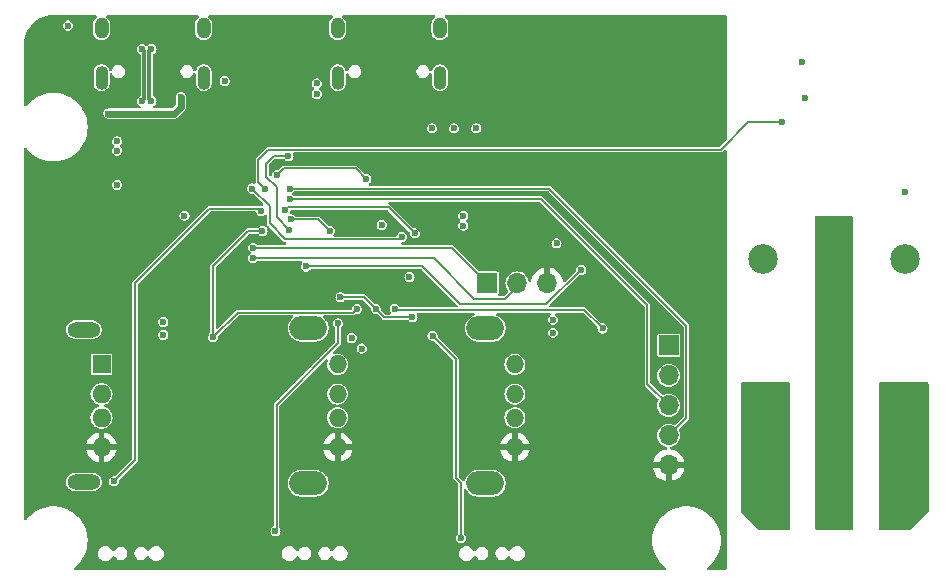
<source format=gbl>
G04 #@! TF.GenerationSoftware,KiCad,Pcbnew,8.0.2*
G04 #@! TF.CreationDate,2024-05-30T21:41:25+08:00*
G04 #@! TF.ProjectId,pppc_usb_hub,70707063-5f75-4736-925f-6875622e6b69,rev?*
G04 #@! TF.SameCoordinates,Original*
G04 #@! TF.FileFunction,Copper,L4,Bot*
G04 #@! TF.FilePolarity,Positive*
%FSLAX46Y46*%
G04 Gerber Fmt 4.6, Leading zero omitted, Abs format (unit mm)*
G04 Created by KiCad (PCBNEW 8.0.2) date 2024-05-30 21:41:25*
%MOMM*%
%LPD*%
G01*
G04 APERTURE LIST*
G04 #@! TA.AperFunction,ComponentPad*
%ADD10O,1.100000X2.000000*%
G04 #@! TD*
G04 #@! TA.AperFunction,ComponentPad*
%ADD11O,1.200000X1.800000*%
G04 #@! TD*
G04 #@! TA.AperFunction,ComponentPad*
%ADD12R,1.600000X1.600000*%
G04 #@! TD*
G04 #@! TA.AperFunction,ComponentPad*
%ADD13O,1.600000X1.600000*%
G04 #@! TD*
G04 #@! TA.AperFunction,ComponentPad*
%ADD14O,2.800000X1.300000*%
G04 #@! TD*
G04 #@! TA.AperFunction,ComponentPad*
%ADD15R,1.700000X1.700000*%
G04 #@! TD*
G04 #@! TA.AperFunction,ComponentPad*
%ADD16O,1.700000X1.700000*%
G04 #@! TD*
G04 #@! TA.AperFunction,ComponentPad*
%ADD17C,2.500000*%
G04 #@! TD*
G04 #@! TA.AperFunction,ComponentPad*
%ADD18C,3.000000*%
G04 #@! TD*
G04 #@! TA.AperFunction,ComponentPad*
%ADD19O,1.524000X1.524000*%
G04 #@! TD*
G04 #@! TA.AperFunction,ComponentPad*
%ADD20O,3.200000X2.000000*%
G04 #@! TD*
G04 #@! TA.AperFunction,ComponentPad*
%ADD21O,2.400000X2.400000*%
G04 #@! TD*
G04 #@! TA.AperFunction,ViaPad*
%ADD22C,0.600000*%
G04 #@! TD*
G04 #@! TA.AperFunction,Conductor*
%ADD23C,0.600000*%
G04 #@! TD*
G04 #@! TA.AperFunction,Conductor*
%ADD24C,0.200000*%
G04 #@! TD*
G04 #@! TA.AperFunction,Conductor*
%ADD25C,0.305000*%
G04 #@! TD*
G04 APERTURE END LIST*
D10*
X124424000Y-86813600D03*
D11*
X124424000Y-82613500D03*
D10*
X115774000Y-86813600D03*
D11*
X115774000Y-82613500D03*
D12*
X115774000Y-111099900D03*
D13*
X115774000Y-113600000D03*
X115774000Y-115600000D03*
X115774000Y-118099900D03*
D14*
X114273800Y-108150000D03*
X114273800Y-121049800D03*
D15*
X163800000Y-109480000D03*
D16*
X163800000Y-112020000D03*
X163800000Y-114560000D03*
X163800000Y-117100000D03*
X163800000Y-119640000D03*
D17*
X183770000Y-102150000D03*
D18*
X183820000Y-114400000D03*
X171770000Y-114350000D03*
D17*
X171770000Y-102150000D03*
D18*
X177820000Y-100200000D03*
D19*
X135774000Y-111099800D03*
X135774000Y-113599100D03*
X135774000Y-115600700D03*
X135774000Y-118100000D03*
D20*
X133273800Y-108029900D03*
X133273800Y-121169900D03*
D21*
X172740000Y-123800000D03*
X177820000Y-123800000D03*
X182900000Y-123800000D03*
D19*
X150774000Y-111099800D03*
X150774000Y-113599100D03*
X150774000Y-115600700D03*
X150774000Y-118100000D03*
D20*
X148273800Y-108029900D03*
X148273800Y-121169900D03*
D10*
X144424000Y-86813600D03*
D11*
X144424000Y-82613500D03*
D10*
X135774000Y-86813600D03*
D11*
X135774000Y-82613500D03*
D16*
X153500000Y-104200000D03*
X150960000Y-104200000D03*
D15*
X148420000Y-104200000D03*
D22*
X156450000Y-96050000D03*
X165150000Y-92100000D03*
X161200000Y-100100000D03*
X167600000Y-106450000D03*
X165250000Y-104400000D03*
X160550000Y-94200000D03*
X155150000Y-125550000D03*
X157300000Y-126450000D03*
X159200000Y-123600000D03*
X158700000Y-118150000D03*
X161150000Y-117300000D03*
X160950000Y-113500000D03*
X160650000Y-108150000D03*
X157700000Y-104300000D03*
X142750000Y-105600000D03*
X132950000Y-110800000D03*
X148400000Y-111550000D03*
X147700000Y-116900000D03*
X143950000Y-119200000D03*
X143350000Y-117350000D03*
X141400000Y-126850000D03*
X143200000Y-124350000D03*
X139300000Y-125500000D03*
X139100000Y-127500000D03*
X121750000Y-118250000D03*
X127550000Y-126150000D03*
X122950000Y-127500000D03*
X125250000Y-126350000D03*
X128300000Y-123800000D03*
X129000000Y-118050000D03*
X128750000Y-113500000D03*
X129250000Y-107850000D03*
X126050000Y-105550000D03*
X119350000Y-108750000D03*
X117500000Y-109100000D03*
X117650000Y-114450000D03*
X112500000Y-116750000D03*
X110500000Y-118650000D03*
X110400000Y-115500000D03*
X113300000Y-112200000D03*
X113100000Y-110550000D03*
X111250000Y-103800000D03*
X111250000Y-99450000D03*
X158000000Y-97350000D03*
X143800000Y-94600000D03*
X141800000Y-94000000D03*
X133900000Y-91900000D03*
X129050000Y-92050000D03*
X126450000Y-93100000D03*
X120850000Y-94100000D03*
X124350000Y-92350000D03*
X121300000Y-92550000D03*
X118450000Y-93050000D03*
X110850000Y-95400000D03*
X114450000Y-84250000D03*
X110450000Y-87250000D03*
X134500000Y-85500000D03*
X134000000Y-82350000D03*
X122100000Y-82200000D03*
X117800000Y-82300000D03*
X117050000Y-84600000D03*
X142000000Y-83200000D03*
X138250000Y-82600000D03*
X151650000Y-84000000D03*
X156550000Y-82600000D03*
X147450000Y-82550000D03*
X166200000Y-89500000D03*
X157400000Y-89450000D03*
X158500000Y-83100000D03*
X166350000Y-83350000D03*
X158750000Y-95350000D03*
X167150000Y-112600000D03*
X167200000Y-116500000D03*
X167400000Y-119650000D03*
X167050000Y-122400000D03*
X164150000Y-122450000D03*
X161950000Y-123350000D03*
X161200000Y-125500000D03*
X161850000Y-127800000D03*
X114800000Y-127900000D03*
X114850000Y-123300000D03*
X112800000Y-122250000D03*
X110350000Y-122200000D03*
X119500000Y-104650000D03*
X136950000Y-108850000D03*
X137800000Y-109750000D03*
X154300000Y-100850000D03*
X116350000Y-89850000D03*
X118050000Y-89850000D03*
X112950000Y-82400000D03*
X117100000Y-95900000D03*
X131600000Y-93450000D03*
X175100000Y-85450000D03*
X183770000Y-96470000D03*
X147500000Y-91100000D03*
X145625000Y-91100000D03*
X143750000Y-91100000D03*
X141850000Y-103700000D03*
X146400000Y-99350000D03*
X146400000Y-98500000D03*
X156400000Y-103100000D03*
X136300000Y-88400000D03*
X143600000Y-88450000D03*
X128850000Y-127750000D03*
X136400000Y-125850000D03*
X127800000Y-102850000D03*
X154050000Y-88300000D03*
X121050000Y-125550000D03*
X142800000Y-121100000D03*
X156400000Y-111200000D03*
X124800000Y-95900000D03*
X157750000Y-121150000D03*
X116350000Y-88250000D03*
X141500000Y-111100000D03*
X117400000Y-97900000D03*
X123800000Y-95900000D03*
X134300000Y-105400000D03*
X132000000Y-123950000D03*
X155350000Y-94600000D03*
X118050000Y-94000000D03*
X122500000Y-106800000D03*
X123450000Y-88350000D03*
X113600000Y-104750000D03*
X121750000Y-121100000D03*
X168100000Y-94150000D03*
X147050000Y-123900000D03*
X113600000Y-103000000D03*
X118100000Y-121050000D03*
X175300000Y-88500000D03*
X115550000Y-95950000D03*
X123400000Y-111200000D03*
X128600000Y-98800000D03*
X151700000Y-125850000D03*
X113300000Y-101100000D03*
X154000000Y-107299900D03*
X121000000Y-108599900D03*
X121000000Y-107499900D03*
X154000000Y-108399900D03*
X129300000Y-98100000D03*
X116800000Y-121000000D03*
X135100000Y-99800000D03*
X131800000Y-98800000D03*
X130500000Y-125200000D03*
X135800000Y-107600000D03*
X143800000Y-108650000D03*
X131350000Y-98000000D03*
X142300000Y-100000000D03*
X146200000Y-125800000D03*
X139500000Y-99300000D03*
X122800000Y-98500000D03*
X131650000Y-99700000D03*
X134000000Y-87300000D03*
X134000000Y-88200000D03*
X117100000Y-93000000D03*
X126200000Y-87100000D03*
X117100000Y-92200000D03*
X122500000Y-88450000D03*
X122500000Y-89300000D03*
X119199000Y-88800000D03*
X119199000Y-84400000D03*
X119999000Y-84400000D03*
X119999000Y-88800000D03*
X183820000Y-118519999D03*
X183820000Y-117059999D03*
X183820000Y-119979999D03*
X183820000Y-121439999D03*
X177800000Y-111586662D03*
X177800000Y-115266660D03*
X177800000Y-107906664D03*
X177800000Y-112813328D03*
X177800000Y-118946658D03*
X177800000Y-117719992D03*
X177800000Y-106679998D03*
X177800000Y-120173324D03*
X177800000Y-121400000D03*
X177800000Y-116493326D03*
X177800000Y-103000000D03*
X177800000Y-110359996D03*
X177800000Y-105453332D03*
X177800000Y-114039994D03*
X177800000Y-104226666D03*
X177800000Y-109133330D03*
X171770000Y-121429999D03*
X171770000Y-119959999D03*
X171770000Y-117019999D03*
X171770000Y-118489999D03*
X131700000Y-96200000D03*
X131700000Y-97100000D03*
X128600000Y-101200000D03*
X128600000Y-102100000D03*
X173400000Y-90600000D03*
X129650000Y-96250000D03*
X125200000Y-108800000D03*
X137400000Y-106400000D03*
X129400000Y-99800000D03*
X130600000Y-95095500D03*
X142100000Y-107100000D03*
X136000000Y-105400000D03*
X138200000Y-95400000D03*
X139000000Y-106400000D03*
X140600000Y-106400000D03*
X141200000Y-100300000D03*
X128500000Y-96200000D03*
X158200000Y-108050000D03*
X133100000Y-102800000D03*
D23*
X116350000Y-89850000D02*
X118050000Y-89850000D01*
D24*
X140100000Y-97800000D02*
X142300000Y-100000000D01*
X131550000Y-97800000D02*
X140100000Y-97800000D01*
X131350000Y-98000000D02*
X131550000Y-97800000D01*
X131800000Y-98800000D02*
X134100000Y-98800000D01*
X134100000Y-98800000D02*
X135100000Y-99800000D01*
X130600000Y-98650000D02*
X131650000Y-99700000D01*
X129700000Y-95200000D02*
X130600000Y-96100000D01*
X130600000Y-96100000D02*
X130600000Y-98650000D01*
X129700000Y-94100000D02*
X129700000Y-95200000D01*
X131600000Y-93450000D02*
X130350000Y-93450000D01*
X130350000Y-93450000D02*
X129700000Y-94100000D01*
X168200000Y-92900000D02*
X170500000Y-90600000D01*
X170500000Y-90600000D02*
X173400000Y-90600000D01*
X129900000Y-92900000D02*
X168200000Y-92900000D01*
X129050000Y-93750000D02*
X129900000Y-92900000D01*
X129050000Y-95650000D02*
X129050000Y-93750000D01*
X129650000Y-96250000D02*
X129050000Y-95650000D01*
X137100000Y-106700000D02*
X137400000Y-106400000D01*
X127300000Y-106700000D02*
X137100000Y-106700000D01*
X125200000Y-108800000D02*
X127300000Y-106700000D01*
X156650000Y-106500000D02*
X140700000Y-106500000D01*
X140700000Y-106500000D02*
X140600000Y-106400000D01*
X158200000Y-108050000D02*
X156650000Y-106500000D01*
X149950000Y-105550000D02*
X150960000Y-104540000D01*
X147350000Y-105550000D02*
X149950000Y-105550000D01*
X150960000Y-104540000D02*
X150960000Y-104200000D01*
X143900000Y-102100000D02*
X147350000Y-105550000D01*
X128600000Y-102100000D02*
X143900000Y-102100000D01*
X146200000Y-121100000D02*
X146200000Y-125800000D01*
X143800000Y-108650000D02*
X145800000Y-110650000D01*
X145800000Y-120700000D02*
X146200000Y-121100000D01*
X145800000Y-110650000D02*
X145800000Y-120700000D01*
X124900000Y-97900000D02*
X118600000Y-104200000D01*
X118600000Y-104200000D02*
X118600000Y-119200000D01*
X129300000Y-98100000D02*
X129100000Y-97900000D01*
X129100000Y-97900000D02*
X124900000Y-97900000D01*
X118600000Y-119200000D02*
X116800000Y-121000000D01*
X130600000Y-125100000D02*
X130500000Y-125200000D01*
X130600000Y-114500000D02*
X130600000Y-125100000D01*
X135800000Y-107600000D02*
X135800000Y-109300000D01*
X135800000Y-109300000D02*
X130600000Y-114500000D01*
D23*
X121950000Y-89850000D02*
X122500000Y-89300000D01*
X122500000Y-89300000D02*
X122500000Y-88450000D01*
X118050000Y-89850000D02*
X121950000Y-89850000D01*
D25*
X119199000Y-84400000D02*
X119382999Y-84583999D01*
X119382999Y-84583999D02*
X119382999Y-88616001D01*
X119382999Y-88616001D02*
X119199000Y-88800000D01*
X119815001Y-88616001D02*
X119999000Y-88800000D01*
X119999000Y-84400000D02*
X119815001Y-84583999D01*
X119815001Y-84583999D02*
X119815001Y-88616001D01*
D24*
X165300000Y-107800000D02*
X165300000Y-115600000D01*
X165300000Y-115600000D02*
X163800000Y-117100000D01*
X153700000Y-96200000D02*
X165300000Y-107800000D01*
X131700000Y-96200000D02*
X153700000Y-96200000D01*
X162000000Y-112760000D02*
X162000000Y-106100000D01*
X163800000Y-114560000D02*
X162000000Y-112760000D01*
X153000000Y-97100000D02*
X131700000Y-97100000D01*
X162000000Y-106100000D02*
X153000000Y-97100000D01*
X128600000Y-101200000D02*
X145420000Y-101200000D01*
X145420000Y-101200000D02*
X148420000Y-104200000D01*
X125200000Y-102800000D02*
X125200000Y-108800000D01*
X128200000Y-99800000D02*
X125200000Y-102800000D01*
X129400000Y-99800000D02*
X128200000Y-99800000D01*
X138000000Y-105400000D02*
X139000000Y-106400000D01*
X131195500Y-94500000D02*
X137300000Y-94500000D01*
X136000000Y-105400000D02*
X138000000Y-105400000D01*
X137300000Y-94500000D02*
X138200000Y-95400000D01*
X139000000Y-106400000D02*
X139700000Y-107100000D01*
X130600000Y-95095500D02*
X131195500Y-94500000D01*
X139700000Y-107100000D02*
X142100000Y-107100000D01*
X130000000Y-97700000D02*
X130000000Y-99150000D01*
X128500000Y-96200000D02*
X130000000Y-97700000D01*
X130000000Y-99150000D02*
X131350000Y-100500000D01*
X141000000Y-100500000D02*
X141200000Y-100300000D01*
X131350000Y-100500000D02*
X141000000Y-100500000D01*
X142950000Y-102800000D02*
X133100000Y-102800000D01*
X153450000Y-106000000D02*
X146150000Y-106000000D01*
X146150000Y-106000000D02*
X142950000Y-102800000D01*
X156350000Y-103100000D02*
X153450000Y-106000000D01*
X156400000Y-103100000D02*
X156350000Y-103100000D01*
G04 #@! TA.AperFunction,Conductor*
G36*
X179343039Y-98519685D02*
G01*
X179388794Y-98572489D01*
X179400000Y-98624000D01*
X179400000Y-124976000D01*
X179380315Y-125043039D01*
X179327511Y-125088794D01*
X179276000Y-125100000D01*
X176351362Y-125100000D01*
X176284323Y-125080315D01*
X176263681Y-125063681D01*
X176236319Y-125036319D01*
X176202834Y-124974996D01*
X176200000Y-124948638D01*
X176200000Y-98624000D01*
X176219685Y-98556961D01*
X176272489Y-98511206D01*
X176324000Y-98500000D01*
X179276000Y-98500000D01*
X179343039Y-98519685D01*
G37*
G04 #@! TD.AperFunction*
G04 #@! TA.AperFunction,Conductor*
G36*
X115324575Y-81530185D02*
G01*
X115370330Y-81582989D01*
X115380274Y-81652147D01*
X115351249Y-81715703D01*
X115326426Y-81737603D01*
X115310243Y-81748415D01*
X115208916Y-81849742D01*
X115208913Y-81849746D01*
X115129301Y-81968893D01*
X115129296Y-81968903D01*
X115074457Y-82101295D01*
X115074455Y-82101303D01*
X115046500Y-82241843D01*
X115046500Y-82985156D01*
X115074455Y-83125696D01*
X115074457Y-83125704D01*
X115129296Y-83258096D01*
X115129301Y-83258106D01*
X115208913Y-83377253D01*
X115208916Y-83377257D01*
X115310242Y-83478583D01*
X115310246Y-83478586D01*
X115429393Y-83558198D01*
X115429397Y-83558200D01*
X115429400Y-83558202D01*
X115561796Y-83613043D01*
X115702343Y-83640999D01*
X115702347Y-83641000D01*
X115702348Y-83641000D01*
X115845653Y-83641000D01*
X115845654Y-83640999D01*
X115986204Y-83613043D01*
X116118600Y-83558202D01*
X116237754Y-83478586D01*
X116339086Y-83377254D01*
X116418702Y-83258100D01*
X116473543Y-83125704D01*
X116501500Y-82985152D01*
X116501500Y-82241848D01*
X116473543Y-82101296D01*
X116418702Y-81968900D01*
X116418700Y-81968897D01*
X116418698Y-81968893D01*
X116339086Y-81849746D01*
X116339083Y-81849742D01*
X116237756Y-81748415D01*
X116221574Y-81737603D01*
X116176768Y-81683990D01*
X116168061Y-81614666D01*
X116198215Y-81551638D01*
X116257658Y-81514918D01*
X116290464Y-81510500D01*
X123907536Y-81510500D01*
X123974575Y-81530185D01*
X124020330Y-81582989D01*
X124030274Y-81652147D01*
X124001249Y-81715703D01*
X123976426Y-81737603D01*
X123960243Y-81748415D01*
X123858916Y-81849742D01*
X123858913Y-81849746D01*
X123779301Y-81968893D01*
X123779296Y-81968903D01*
X123724457Y-82101295D01*
X123724455Y-82101303D01*
X123696500Y-82241843D01*
X123696500Y-82985156D01*
X123724455Y-83125696D01*
X123724457Y-83125704D01*
X123779296Y-83258096D01*
X123779301Y-83258106D01*
X123858913Y-83377253D01*
X123858916Y-83377257D01*
X123960242Y-83478583D01*
X123960246Y-83478586D01*
X124079393Y-83558198D01*
X124079397Y-83558200D01*
X124079400Y-83558202D01*
X124211796Y-83613043D01*
X124352343Y-83640999D01*
X124352347Y-83641000D01*
X124352348Y-83641000D01*
X124495653Y-83641000D01*
X124495654Y-83640999D01*
X124636204Y-83613043D01*
X124768600Y-83558202D01*
X124887754Y-83478586D01*
X124989086Y-83377254D01*
X125068702Y-83258100D01*
X125123543Y-83125704D01*
X125151500Y-82985152D01*
X125151500Y-82241848D01*
X125123543Y-82101296D01*
X125068702Y-81968900D01*
X125068700Y-81968897D01*
X125068698Y-81968893D01*
X124989086Y-81849746D01*
X124989083Y-81849742D01*
X124887756Y-81748415D01*
X124871574Y-81737603D01*
X124826768Y-81683990D01*
X124818061Y-81614666D01*
X124848215Y-81551638D01*
X124907658Y-81514918D01*
X124940464Y-81510500D01*
X135257536Y-81510500D01*
X135324575Y-81530185D01*
X135370330Y-81582989D01*
X135380274Y-81652147D01*
X135351249Y-81715703D01*
X135326426Y-81737603D01*
X135310243Y-81748415D01*
X135208916Y-81849742D01*
X135208913Y-81849746D01*
X135129301Y-81968893D01*
X135129296Y-81968903D01*
X135074457Y-82101295D01*
X135074455Y-82101303D01*
X135046500Y-82241843D01*
X135046500Y-82985156D01*
X135074455Y-83125696D01*
X135074457Y-83125704D01*
X135129296Y-83258096D01*
X135129301Y-83258106D01*
X135208913Y-83377253D01*
X135208916Y-83377257D01*
X135310242Y-83478583D01*
X135310246Y-83478586D01*
X135429393Y-83558198D01*
X135429397Y-83558200D01*
X135429400Y-83558202D01*
X135561796Y-83613043D01*
X135702343Y-83640999D01*
X135702347Y-83641000D01*
X135702348Y-83641000D01*
X135845653Y-83641000D01*
X135845654Y-83640999D01*
X135986204Y-83613043D01*
X136118600Y-83558202D01*
X136237754Y-83478586D01*
X136339086Y-83377254D01*
X136418702Y-83258100D01*
X136473543Y-83125704D01*
X136501500Y-82985152D01*
X136501500Y-82241848D01*
X136473543Y-82101296D01*
X136418702Y-81968900D01*
X136418700Y-81968897D01*
X136418698Y-81968893D01*
X136339086Y-81849746D01*
X136339083Y-81849742D01*
X136237756Y-81748415D01*
X136221574Y-81737603D01*
X136176768Y-81683990D01*
X136168061Y-81614666D01*
X136198215Y-81551638D01*
X136257658Y-81514918D01*
X136290464Y-81510500D01*
X143907536Y-81510500D01*
X143974575Y-81530185D01*
X144020330Y-81582989D01*
X144030274Y-81652147D01*
X144001249Y-81715703D01*
X143976426Y-81737603D01*
X143960243Y-81748415D01*
X143858916Y-81849742D01*
X143858913Y-81849746D01*
X143779301Y-81968893D01*
X143779296Y-81968903D01*
X143724457Y-82101295D01*
X143724455Y-82101303D01*
X143696500Y-82241843D01*
X143696500Y-82985156D01*
X143724455Y-83125696D01*
X143724457Y-83125704D01*
X143779296Y-83258096D01*
X143779301Y-83258106D01*
X143858913Y-83377253D01*
X143858916Y-83377257D01*
X143960242Y-83478583D01*
X143960246Y-83478586D01*
X144079393Y-83558198D01*
X144079397Y-83558200D01*
X144079400Y-83558202D01*
X144211796Y-83613043D01*
X144352343Y-83640999D01*
X144352347Y-83641000D01*
X144352348Y-83641000D01*
X144495653Y-83641000D01*
X144495654Y-83640999D01*
X144636204Y-83613043D01*
X144768600Y-83558202D01*
X144887754Y-83478586D01*
X144989086Y-83377254D01*
X145068702Y-83258100D01*
X145123543Y-83125704D01*
X145151500Y-82985152D01*
X145151500Y-82241848D01*
X145123543Y-82101296D01*
X145068702Y-81968900D01*
X145068700Y-81968897D01*
X145068698Y-81968893D01*
X144989086Y-81849746D01*
X144989083Y-81849742D01*
X144887756Y-81748415D01*
X144871574Y-81737603D01*
X144826768Y-81683990D01*
X144818061Y-81614666D01*
X144848215Y-81551638D01*
X144907658Y-81514918D01*
X144940464Y-81510500D01*
X168576000Y-81510500D01*
X168643039Y-81530185D01*
X168688794Y-81582989D01*
X168700000Y-81634500D01*
X168700000Y-92026905D01*
X168680315Y-92093944D01*
X168663681Y-92114586D01*
X168142086Y-92636181D01*
X168080763Y-92669666D01*
X168054405Y-92672500D01*
X129854747Y-92672500D01*
X129830257Y-92682644D01*
X129808415Y-92691690D01*
X129771132Y-92707133D01*
X129085403Y-93392864D01*
X128921132Y-93557135D01*
X128857135Y-93621132D01*
X128837806Y-93667796D01*
X128822500Y-93704746D01*
X128822500Y-95683502D01*
X128802815Y-95750541D01*
X128750011Y-95796296D01*
X128680853Y-95806240D01*
X128663565Y-95802479D01*
X128561467Y-95772500D01*
X128561465Y-95772500D01*
X128438535Y-95772500D01*
X128320584Y-95807134D01*
X128320582Y-95807134D01*
X128320582Y-95807135D01*
X128217169Y-95873594D01*
X128136667Y-95966497D01*
X128136665Y-95966500D01*
X128085599Y-96078317D01*
X128085598Y-96078321D01*
X128068104Y-96200000D01*
X128085598Y-96321678D01*
X128085599Y-96321682D01*
X128108434Y-96371682D01*
X128136666Y-96433501D01*
X128217168Y-96526405D01*
X128320584Y-96592866D01*
X128438535Y-96627500D01*
X128554405Y-96627500D01*
X128621444Y-96647185D01*
X128642086Y-96663819D01*
X129439086Y-97460819D01*
X129472571Y-97522142D01*
X129467587Y-97591834D01*
X129425715Y-97647767D01*
X129360251Y-97672184D01*
X129351405Y-97672500D01*
X129238534Y-97672500D01*
X129225918Y-97676204D01*
X129156048Y-97676202D01*
X129145945Y-97672638D01*
X129145254Y-97672500D01*
X129145253Y-97672500D01*
X124854747Y-97672500D01*
X124854746Y-97672500D01*
X124771131Y-97707135D01*
X121604673Y-100873594D01*
X118471132Y-104007135D01*
X118407135Y-104071132D01*
X118391990Y-104107695D01*
X118372500Y-104154746D01*
X118372500Y-119054404D01*
X118352815Y-119121443D01*
X118336181Y-119142085D01*
X116942085Y-120536181D01*
X116880762Y-120569666D01*
X116854404Y-120572500D01*
X116738535Y-120572500D01*
X116620584Y-120607134D01*
X116620582Y-120607134D01*
X116620582Y-120607135D01*
X116517169Y-120673594D01*
X116517168Y-120673594D01*
X116517168Y-120673595D01*
X116510304Y-120681516D01*
X116436667Y-120766497D01*
X116436665Y-120766500D01*
X116385599Y-120878317D01*
X116385598Y-120878321D01*
X116368104Y-121000000D01*
X116385598Y-121121678D01*
X116385599Y-121121682D01*
X116418733Y-121194233D01*
X116436666Y-121233501D01*
X116517168Y-121326405D01*
X116620584Y-121392866D01*
X116738535Y-121427500D01*
X116861465Y-121427500D01*
X116979416Y-121392866D01*
X117082832Y-121326405D01*
X117163334Y-121233501D01*
X117214401Y-121121679D01*
X117231896Y-121000000D01*
X117226881Y-120965124D01*
X117236822Y-120895967D01*
X117261934Y-120859797D01*
X118792865Y-119328868D01*
X118827500Y-119245253D01*
X118827500Y-108599900D01*
X120568104Y-108599900D01*
X120585598Y-108721578D01*
X120585599Y-108721582D01*
X120621411Y-108799998D01*
X120636666Y-108833401D01*
X120717168Y-108926305D01*
X120820584Y-108992766D01*
X120938535Y-109027400D01*
X121061465Y-109027400D01*
X121179416Y-108992766D01*
X121282832Y-108926305D01*
X121363334Y-108833401D01*
X121414401Y-108721579D01*
X121431896Y-108599900D01*
X121414401Y-108478221D01*
X121414400Y-108478217D01*
X121368078Y-108376788D01*
X121363334Y-108366399D01*
X121282832Y-108273495D01*
X121179416Y-108207034D01*
X121061465Y-108172400D01*
X121052955Y-108169901D01*
X121053448Y-108168220D01*
X120999999Y-108143811D01*
X120946551Y-108168220D01*
X120947045Y-108169901D01*
X120905043Y-108182233D01*
X120820584Y-108207034D01*
X120820582Y-108207034D01*
X120820582Y-108207035D01*
X120717169Y-108273494D01*
X120717168Y-108273494D01*
X120717168Y-108273495D01*
X120708498Y-108283501D01*
X120636667Y-108366397D01*
X120636665Y-108366400D01*
X120585599Y-108478217D01*
X120585598Y-108478221D01*
X120568104Y-108599900D01*
X118827500Y-108599900D01*
X118827500Y-107499900D01*
X120568104Y-107499900D01*
X120585598Y-107621578D01*
X120585599Y-107621582D01*
X120631312Y-107721678D01*
X120636666Y-107733401D01*
X120717168Y-107826305D01*
X120820584Y-107892766D01*
X120924272Y-107923212D01*
X120935139Y-107926403D01*
X120938535Y-107927400D01*
X120947045Y-107929899D01*
X120946551Y-107931579D01*
X121000001Y-107955989D01*
X121053448Y-107931578D01*
X121052955Y-107929899D01*
X121061465Y-107927400D01*
X121064861Y-107926403D01*
X121075704Y-107923219D01*
X121179416Y-107892766D01*
X121282832Y-107826305D01*
X121363334Y-107733401D01*
X121399676Y-107653822D01*
X121414400Y-107621582D01*
X121414401Y-107621578D01*
X121431896Y-107499900D01*
X121414401Y-107378221D01*
X121414400Y-107378217D01*
X121376570Y-107295383D01*
X121363334Y-107266399D01*
X121282832Y-107173495D01*
X121179416Y-107107034D01*
X121061465Y-107072400D01*
X120938535Y-107072400D01*
X120820584Y-107107034D01*
X120820582Y-107107034D01*
X120820582Y-107107035D01*
X120717169Y-107173494D01*
X120636667Y-107266397D01*
X120636665Y-107266400D01*
X120585599Y-107378217D01*
X120585598Y-107378221D01*
X120568104Y-107499900D01*
X118827500Y-107499900D01*
X118827500Y-104345595D01*
X118847185Y-104278556D01*
X118863819Y-104257914D01*
X124957914Y-98163819D01*
X125019237Y-98130334D01*
X125045595Y-98127500D01*
X128765120Y-98127500D01*
X128832159Y-98147185D01*
X128877914Y-98199989D01*
X128884097Y-98216566D01*
X128885597Y-98221677D01*
X128921854Y-98301067D01*
X128936666Y-98333501D01*
X129017168Y-98426405D01*
X129120584Y-98492866D01*
X129238535Y-98527500D01*
X129361465Y-98527500D01*
X129479416Y-98492866D01*
X129581462Y-98427285D01*
X129648500Y-98407601D01*
X129715539Y-98427285D01*
X129761294Y-98480089D01*
X129772500Y-98531601D01*
X129772500Y-99104747D01*
X129772500Y-99195253D01*
X129807135Y-99278868D01*
X129807136Y-99278869D01*
X129810599Y-99287229D01*
X129818068Y-99356698D01*
X129786794Y-99419178D01*
X129726705Y-99454831D01*
X129656880Y-99452338D01*
X129628999Y-99438999D01*
X129602053Y-99421682D01*
X129579416Y-99407134D01*
X129461465Y-99372500D01*
X129338535Y-99372500D01*
X129220584Y-99407134D01*
X129220582Y-99407134D01*
X129220582Y-99407135D01*
X129117169Y-99473594D01*
X129117168Y-99473594D01*
X129117168Y-99473595D01*
X129068548Y-99529704D01*
X129009773Y-99567477D01*
X128974838Y-99572500D01*
X128154747Y-99572500D01*
X128130257Y-99582644D01*
X128108415Y-99591690D01*
X128071132Y-99607133D01*
X125811770Y-101866497D01*
X125071132Y-102607135D01*
X125007135Y-102671132D01*
X124992222Y-102707134D01*
X124972500Y-102754746D01*
X124972500Y-108370326D01*
X124952815Y-108437365D01*
X124923184Y-108466999D01*
X124923869Y-108467790D01*
X124917166Y-108473597D01*
X124836667Y-108566497D01*
X124836665Y-108566500D01*
X124785599Y-108678317D01*
X124785598Y-108678321D01*
X124768104Y-108800000D01*
X124785598Y-108921678D01*
X124785599Y-108921682D01*
X124833880Y-109027400D01*
X124836666Y-109033501D01*
X124917168Y-109126405D01*
X125020584Y-109192866D01*
X125138535Y-109227500D01*
X125261465Y-109227500D01*
X125379416Y-109192866D01*
X125482832Y-109126405D01*
X125563334Y-109033501D01*
X125611743Y-108927499D01*
X125614400Y-108921682D01*
X125614401Y-108921678D01*
X125619890Y-108883501D01*
X125631896Y-108800000D01*
X125626881Y-108765124D01*
X125636822Y-108695967D01*
X125661934Y-108659797D01*
X127357914Y-106963819D01*
X127419237Y-106930334D01*
X127445595Y-106927500D01*
X131891272Y-106927500D01*
X131958311Y-106947185D01*
X132004066Y-106999989D01*
X132014010Y-107069147D01*
X131984985Y-107132703D01*
X131964157Y-107151818D01*
X131939289Y-107169885D01*
X131939284Y-107169889D01*
X131813789Y-107295384D01*
X131813785Y-107295389D01*
X131709478Y-107438957D01*
X131628903Y-107597092D01*
X131574063Y-107765872D01*
X131574063Y-107765875D01*
X131553733Y-107894233D01*
X131546300Y-107941164D01*
X131546300Y-108118636D01*
X131560181Y-108206279D01*
X131574063Y-108293924D01*
X131574063Y-108293927D01*
X131628903Y-108462707D01*
X131667307Y-108538077D01*
X131707745Y-108617442D01*
X131709478Y-108620842D01*
X131813785Y-108764410D01*
X131813789Y-108764415D01*
X131939284Y-108889910D01*
X131939289Y-108889914D01*
X132051829Y-108971678D01*
X132082861Y-108994224D01*
X132226563Y-109067444D01*
X132240992Y-109074796D01*
X132409773Y-109129636D01*
X132409774Y-109129636D01*
X132409777Y-109129637D01*
X132585064Y-109157400D01*
X132585065Y-109157400D01*
X133962535Y-109157400D01*
X133962536Y-109157400D01*
X134137823Y-109129637D01*
X134137826Y-109129636D01*
X134137827Y-109129636D01*
X134306607Y-109074796D01*
X134306607Y-109074795D01*
X134306610Y-109074795D01*
X134464739Y-108994224D01*
X134608317Y-108889909D01*
X134733809Y-108764417D01*
X134838124Y-108620839D01*
X134918695Y-108462710D01*
X134931760Y-108422500D01*
X134973536Y-108293927D01*
X134973536Y-108293926D01*
X134973537Y-108293923D01*
X135001300Y-108118636D01*
X135001300Y-107941164D01*
X134973537Y-107765877D01*
X134973536Y-107765873D01*
X134973536Y-107765872D01*
X134918696Y-107597092D01*
X134918695Y-107597090D01*
X134838124Y-107438961D01*
X134793991Y-107378217D01*
X134733814Y-107295389D01*
X134733810Y-107295384D01*
X134608315Y-107169889D01*
X134608310Y-107169885D01*
X134583443Y-107151818D01*
X134540777Y-107096488D01*
X134534798Y-107026875D01*
X134567404Y-106965080D01*
X134628242Y-106930723D01*
X134656328Y-106927500D01*
X135710488Y-106927500D01*
X135777527Y-106947185D01*
X135799999Y-106973119D01*
X135822474Y-106947184D01*
X135889512Y-106927500D01*
X137145252Y-106927500D01*
X137145253Y-106927500D01*
X137228868Y-106892865D01*
X137228870Y-106892863D01*
X137257915Y-106863819D01*
X137319238Y-106830334D01*
X137345596Y-106827500D01*
X137461465Y-106827500D01*
X137579416Y-106792866D01*
X137682832Y-106726405D01*
X137763334Y-106633501D01*
X137814401Y-106521679D01*
X137831896Y-106400000D01*
X137814401Y-106278321D01*
X137814400Y-106278317D01*
X137778638Y-106200011D01*
X137763334Y-106166499D01*
X137682832Y-106073595D01*
X137579416Y-106007134D01*
X137461465Y-105972500D01*
X137338535Y-105972500D01*
X137220584Y-106007134D01*
X137220582Y-106007134D01*
X137220582Y-106007135D01*
X137117169Y-106073594D01*
X137036667Y-106166497D01*
X137036665Y-106166500D01*
X136985599Y-106278317D01*
X136985598Y-106278321D01*
X136972971Y-106366148D01*
X136943946Y-106429703D01*
X136885167Y-106467477D01*
X136850233Y-106472500D01*
X127254746Y-106472500D01*
X127171129Y-106507136D01*
X127171129Y-106507137D01*
X125639181Y-108039085D01*
X125577858Y-108072570D01*
X125508166Y-108067586D01*
X125452233Y-108025714D01*
X125427816Y-107960250D01*
X125427500Y-107951404D01*
X125427500Y-103700000D01*
X141418104Y-103700000D01*
X141435598Y-103821678D01*
X141435599Y-103821682D01*
X141486665Y-103933499D01*
X141486666Y-103933501D01*
X141567168Y-104026405D01*
X141670584Y-104092866D01*
X141788535Y-104127500D01*
X141911465Y-104127500D01*
X142029416Y-104092866D01*
X142132832Y-104026405D01*
X142213334Y-103933501D01*
X142264401Y-103821679D01*
X142281896Y-103700000D01*
X142264401Y-103578321D01*
X142264400Y-103578317D01*
X142213334Y-103466500D01*
X142213334Y-103466499D01*
X142132832Y-103373595D01*
X142029416Y-103307134D01*
X141911465Y-103272500D01*
X141904576Y-103270477D01*
X141850000Y-103235402D01*
X141795424Y-103270477D01*
X141757492Y-103281614D01*
X141670584Y-103307134D01*
X141670582Y-103307134D01*
X141670582Y-103307135D01*
X141567169Y-103373594D01*
X141486667Y-103466497D01*
X141486665Y-103466500D01*
X141435599Y-103578317D01*
X141435598Y-103578321D01*
X141418104Y-103700000D01*
X125427500Y-103700000D01*
X125427500Y-102945595D01*
X125447185Y-102878556D01*
X125463819Y-102857914D01*
X128257915Y-100063819D01*
X128319238Y-100030334D01*
X128345596Y-100027500D01*
X128974838Y-100027500D01*
X129041877Y-100047185D01*
X129068547Y-100070293D01*
X129117168Y-100126405D01*
X129220584Y-100192866D01*
X129338535Y-100227500D01*
X129461465Y-100227500D01*
X129579416Y-100192866D01*
X129682832Y-100126405D01*
X129763334Y-100033501D01*
X129814401Y-99921679D01*
X129831896Y-99800000D01*
X129814401Y-99678321D01*
X129814399Y-99678317D01*
X129788277Y-99621117D01*
X129770255Y-99581655D01*
X129760312Y-99512500D01*
X129789336Y-99448944D01*
X129848114Y-99411169D01*
X129917984Y-99411169D01*
X129970731Y-99442465D01*
X131157135Y-100628868D01*
X131221132Y-100692865D01*
X131304747Y-100727500D01*
X131304748Y-100727500D01*
X131316031Y-100732174D01*
X131315269Y-100734011D01*
X131363552Y-100759266D01*
X131398127Y-100819981D01*
X131394388Y-100889751D01*
X131353523Y-100946424D01*
X131288505Y-100972006D01*
X131277451Y-100972500D01*
X129025162Y-100972500D01*
X128958123Y-100952815D01*
X128931452Y-100929706D01*
X128882832Y-100873595D01*
X128779416Y-100807134D01*
X128661465Y-100772500D01*
X128538535Y-100772500D01*
X128420584Y-100807134D01*
X128420582Y-100807134D01*
X128420582Y-100807135D01*
X128317169Y-100873594D01*
X128236667Y-100966497D01*
X128236665Y-100966500D01*
X128185599Y-101078317D01*
X128185598Y-101078321D01*
X128168104Y-101200000D01*
X128185598Y-101321678D01*
X128185599Y-101321682D01*
X128233925Y-101427500D01*
X128236666Y-101433501D01*
X128317168Y-101526405D01*
X128347167Y-101545684D01*
X128392922Y-101598488D01*
X128402866Y-101667647D01*
X128373841Y-101731203D01*
X128347167Y-101754316D01*
X128317169Y-101773594D01*
X128236667Y-101866497D01*
X128236665Y-101866500D01*
X128185599Y-101978317D01*
X128185598Y-101978321D01*
X128168104Y-102100000D01*
X128185598Y-102221678D01*
X128185599Y-102221682D01*
X128233925Y-102327500D01*
X128236666Y-102333501D01*
X128317168Y-102426405D01*
X128420584Y-102492866D01*
X128538535Y-102527500D01*
X128661465Y-102527500D01*
X128779416Y-102492866D01*
X128882832Y-102426405D01*
X128931451Y-102370295D01*
X128990227Y-102332523D01*
X129025162Y-102327500D01*
X132672238Y-102327500D01*
X132739277Y-102347185D01*
X132785032Y-102399989D01*
X132794976Y-102469147D01*
X132765951Y-102532701D01*
X132765950Y-102532703D01*
X132736670Y-102566493D01*
X132736665Y-102566500D01*
X132685599Y-102678317D01*
X132685598Y-102678321D01*
X132668104Y-102800000D01*
X132685598Y-102921678D01*
X132685599Y-102921682D01*
X132733423Y-103026400D01*
X132736666Y-103033501D01*
X132817168Y-103126405D01*
X132920584Y-103192866D01*
X133038535Y-103227500D01*
X133161465Y-103227500D01*
X133279416Y-103192866D01*
X133382832Y-103126405D01*
X133431451Y-103070295D01*
X133490227Y-103032523D01*
X133525162Y-103027500D01*
X141760488Y-103027500D01*
X141827527Y-103047185D01*
X141849999Y-103073119D01*
X141872474Y-103047184D01*
X141939512Y-103027500D01*
X142804405Y-103027500D01*
X142871444Y-103047185D01*
X142892086Y-103063819D01*
X145889086Y-106060819D01*
X145922571Y-106122142D01*
X145917587Y-106191834D01*
X145875715Y-106247767D01*
X145810251Y-106272184D01*
X145801405Y-106272500D01*
X141091433Y-106272500D01*
X141024394Y-106252815D01*
X140978639Y-106200012D01*
X140963334Y-106166500D01*
X140963334Y-106166499D01*
X140882832Y-106073595D01*
X140779416Y-106007134D01*
X140661465Y-105972500D01*
X140538535Y-105972500D01*
X140420584Y-106007134D01*
X140420582Y-106007134D01*
X140420582Y-106007135D01*
X140317169Y-106073594D01*
X140236667Y-106166497D01*
X140236665Y-106166500D01*
X140185599Y-106278317D01*
X140185598Y-106278321D01*
X140168104Y-106400000D01*
X140185598Y-106521678D01*
X140185599Y-106521682D01*
X140236665Y-106633499D01*
X140236670Y-106633506D01*
X140265950Y-106667297D01*
X140294976Y-106730852D01*
X140285033Y-106800011D01*
X140239278Y-106852815D01*
X140172239Y-106872500D01*
X139845595Y-106872500D01*
X139778556Y-106852815D01*
X139757914Y-106836181D01*
X139461938Y-106540205D01*
X139428453Y-106478882D01*
X139426881Y-106434876D01*
X139427625Y-106429703D01*
X139431896Y-106400000D01*
X139414401Y-106278321D01*
X139414400Y-106278317D01*
X139378638Y-106200011D01*
X139363334Y-106166499D01*
X139282832Y-106073595D01*
X139179416Y-106007134D01*
X139061465Y-105972500D01*
X138945596Y-105972500D01*
X138878557Y-105952815D01*
X138857915Y-105936181D01*
X138128869Y-105207136D01*
X138128868Y-105207135D01*
X138045253Y-105172500D01*
X136425162Y-105172500D01*
X136358123Y-105152815D01*
X136331452Y-105129706D01*
X136282832Y-105073595D01*
X136179416Y-105007134D01*
X136061465Y-104972500D01*
X135938535Y-104972500D01*
X135820584Y-105007134D01*
X135820582Y-105007134D01*
X135820582Y-105007135D01*
X135717169Y-105073594D01*
X135636667Y-105166497D01*
X135636665Y-105166500D01*
X135585599Y-105278317D01*
X135585598Y-105278321D01*
X135568104Y-105400000D01*
X135585598Y-105521678D01*
X135585599Y-105521682D01*
X135633925Y-105627500D01*
X135636666Y-105633501D01*
X135717168Y-105726405D01*
X135820584Y-105792866D01*
X135938535Y-105827500D01*
X136061465Y-105827500D01*
X136179416Y-105792866D01*
X136282832Y-105726405D01*
X136331451Y-105670295D01*
X136390227Y-105632523D01*
X136425162Y-105627500D01*
X137854405Y-105627500D01*
X137921444Y-105647185D01*
X137942086Y-105663819D01*
X138538061Y-106259794D01*
X138571546Y-106321117D01*
X138573118Y-106365120D01*
X138568104Y-106399997D01*
X138568104Y-106399999D01*
X138585598Y-106521678D01*
X138585599Y-106521682D01*
X138636665Y-106633499D01*
X138636666Y-106633501D01*
X138717168Y-106726405D01*
X138820584Y-106792866D01*
X138938535Y-106827500D01*
X139054405Y-106827500D01*
X139121444Y-106847185D01*
X139142086Y-106863819D01*
X139507135Y-107228868D01*
X139571132Y-107292865D01*
X139654747Y-107327500D01*
X141674838Y-107327500D01*
X141741877Y-107347185D01*
X141768547Y-107370293D01*
X141817168Y-107426405D01*
X141920584Y-107492866D01*
X142038535Y-107527500D01*
X142161465Y-107527500D01*
X142279416Y-107492866D01*
X142382832Y-107426405D01*
X142463334Y-107333501D01*
X142514401Y-107221679D01*
X142531896Y-107100000D01*
X142514401Y-106978321D01*
X142514399Y-106978314D01*
X142480009Y-106903011D01*
X142470065Y-106833853D01*
X142499090Y-106770297D01*
X142557868Y-106732523D01*
X142592803Y-106727500D01*
X147250602Y-106727500D01*
X147317641Y-106747185D01*
X147363396Y-106799989D01*
X147373340Y-106869147D01*
X147344315Y-106932703D01*
X147288920Y-106969431D01*
X147240992Y-106985003D01*
X147082857Y-107065578D01*
X146939289Y-107169885D01*
X146939284Y-107169889D01*
X146813789Y-107295384D01*
X146813785Y-107295389D01*
X146709478Y-107438957D01*
X146628903Y-107597092D01*
X146574063Y-107765872D01*
X146574063Y-107765875D01*
X146553733Y-107894233D01*
X146546300Y-107941164D01*
X146546300Y-108118636D01*
X146560181Y-108206279D01*
X146574063Y-108293924D01*
X146574063Y-108293927D01*
X146628903Y-108462707D01*
X146667307Y-108538077D01*
X146707745Y-108617442D01*
X146709478Y-108620842D01*
X146813785Y-108764410D01*
X146813789Y-108764415D01*
X146939284Y-108889910D01*
X146939289Y-108889914D01*
X147051829Y-108971678D01*
X147082861Y-108994224D01*
X147226563Y-109067444D01*
X147240992Y-109074796D01*
X147409773Y-109129636D01*
X147409774Y-109129636D01*
X147409777Y-109129637D01*
X147585064Y-109157400D01*
X147585065Y-109157400D01*
X148962535Y-109157400D01*
X148962536Y-109157400D01*
X149137823Y-109129637D01*
X149137826Y-109129636D01*
X149137827Y-109129636D01*
X149306607Y-109074796D01*
X149306607Y-109074795D01*
X149306610Y-109074795D01*
X149464739Y-108994224D01*
X149608317Y-108889909D01*
X149733809Y-108764417D01*
X149838124Y-108620839D01*
X149918695Y-108462710D01*
X149931760Y-108422500D01*
X149939103Y-108399900D01*
X153568104Y-108399900D01*
X153585598Y-108521578D01*
X153585599Y-108521582D01*
X153636665Y-108633399D01*
X153636666Y-108633401D01*
X153717168Y-108726305D01*
X153820584Y-108792766D01*
X153938535Y-108827400D01*
X154061465Y-108827400D01*
X154179416Y-108792766D01*
X154282832Y-108726305D01*
X154363334Y-108633401D01*
X154411324Y-108528317D01*
X154414400Y-108521582D01*
X154414401Y-108521578D01*
X154420635Y-108478221D01*
X154431896Y-108399900D01*
X154414401Y-108278221D01*
X154414400Y-108278217D01*
X154381505Y-108206188D01*
X154363334Y-108166399D01*
X154282832Y-108073495D01*
X154179416Y-108007034D01*
X154061465Y-107972400D01*
X154052955Y-107969901D01*
X154053448Y-107968220D01*
X153999999Y-107943811D01*
X153946551Y-107968220D01*
X153947045Y-107969901D01*
X153918959Y-107978148D01*
X153820584Y-108007034D01*
X153820582Y-108007034D01*
X153820582Y-108007035D01*
X153717169Y-108073494D01*
X153636667Y-108166397D01*
X153636665Y-108166400D01*
X153585599Y-108278217D01*
X153585598Y-108278221D01*
X153568104Y-108399900D01*
X149939103Y-108399900D01*
X149973536Y-108293927D01*
X149973536Y-108293926D01*
X149973537Y-108293923D01*
X150001300Y-108118636D01*
X150001300Y-107941164D01*
X149973537Y-107765877D01*
X149973536Y-107765873D01*
X149973536Y-107765872D01*
X149918696Y-107597092D01*
X149918695Y-107597090D01*
X149838124Y-107438961D01*
X149793991Y-107378217D01*
X149733814Y-107295389D01*
X149733810Y-107295384D01*
X149608315Y-107169889D01*
X149608310Y-107169885D01*
X149464742Y-107065578D01*
X149464741Y-107065577D01*
X149464739Y-107065576D01*
X149336018Y-106999989D01*
X149306607Y-106985003D01*
X149258680Y-106969431D01*
X149201005Y-106929994D01*
X149173806Y-106865635D01*
X149185721Y-106796789D01*
X149232965Y-106745313D01*
X149296998Y-106727500D01*
X153677638Y-106727500D01*
X153744677Y-106747185D01*
X153790432Y-106799989D01*
X153800376Y-106869147D01*
X153771351Y-106932703D01*
X153744678Y-106955815D01*
X153717170Y-106973493D01*
X153717169Y-106973493D01*
X153636667Y-107066397D01*
X153636665Y-107066400D01*
X153585599Y-107178217D01*
X153585598Y-107178221D01*
X153568104Y-107299900D01*
X153585598Y-107421578D01*
X153585599Y-107421582D01*
X153633971Y-107527500D01*
X153636666Y-107533401D01*
X153717168Y-107626305D01*
X153820584Y-107692766D01*
X153938535Y-107727400D01*
X153947045Y-107729899D01*
X153946551Y-107731579D01*
X154000001Y-107755989D01*
X154053448Y-107731578D01*
X154052955Y-107729899D01*
X154061465Y-107727400D01*
X154179416Y-107692766D01*
X154282832Y-107626305D01*
X154363334Y-107533401D01*
X154414401Y-107421579D01*
X154431896Y-107299900D01*
X154414401Y-107178221D01*
X154414400Y-107178217D01*
X154377075Y-107096488D01*
X154363334Y-107066399D01*
X154282832Y-106973495D01*
X154282831Y-106973494D01*
X154282830Y-106973493D01*
X154255322Y-106955815D01*
X154209567Y-106903011D01*
X154199624Y-106833853D01*
X154228649Y-106770297D01*
X154287428Y-106732523D01*
X154322362Y-106727500D01*
X156504405Y-106727500D01*
X156571444Y-106747185D01*
X156592086Y-106763819D01*
X157738061Y-107909794D01*
X157771546Y-107971117D01*
X157773118Y-108015120D01*
X157768104Y-108049997D01*
X157768104Y-108049999D01*
X157785598Y-108171678D01*
X157785599Y-108171682D01*
X157824625Y-108257135D01*
X157836666Y-108283501D01*
X157917168Y-108376405D01*
X158020584Y-108442866D01*
X158138535Y-108477500D01*
X158261465Y-108477500D01*
X158379416Y-108442866D01*
X158482832Y-108376405D01*
X158563334Y-108283501D01*
X158614401Y-108171679D01*
X158631896Y-108050000D01*
X158614401Y-107928321D01*
X158614400Y-107928317D01*
X158571098Y-107833501D01*
X158563334Y-107816499D01*
X158482832Y-107723595D01*
X158379416Y-107657134D01*
X158261465Y-107622500D01*
X158145595Y-107622500D01*
X158078556Y-107602815D01*
X158057914Y-107586181D01*
X156778870Y-106307136D01*
X156695253Y-106272500D01*
X153798596Y-106272500D01*
X153731557Y-106252815D01*
X153685802Y-106200011D01*
X153675858Y-106130853D01*
X153704883Y-106067297D01*
X153710915Y-106060819D01*
X155792975Y-103978757D01*
X156213614Y-103558117D01*
X156274935Y-103524634D01*
X156329703Y-103526589D01*
X156329754Y-103526238D01*
X156333028Y-103526708D01*
X156336229Y-103526823D01*
X156338535Y-103527500D01*
X156461465Y-103527500D01*
X156579416Y-103492866D01*
X156682832Y-103426405D01*
X156763334Y-103333501D01*
X156814401Y-103221679D01*
X156831896Y-103100000D01*
X156814401Y-102978321D01*
X156814400Y-102978317D01*
X156781505Y-102906288D01*
X156763334Y-102866499D01*
X156682832Y-102773595D01*
X156579416Y-102707134D01*
X156461465Y-102672500D01*
X156338535Y-102672500D01*
X156220584Y-102707134D01*
X156220582Y-102707134D01*
X156220582Y-102707135D01*
X156117169Y-102773594D01*
X156036667Y-102866497D01*
X156036665Y-102866500D01*
X155985599Y-102978317D01*
X155985598Y-102978321D01*
X155968104Y-103100000D01*
X155968104Y-103108799D01*
X155948419Y-103175838D01*
X155931785Y-103196480D01*
X155049071Y-104079194D01*
X154987748Y-104112679D01*
X154918056Y-104107695D01*
X154862123Y-104065823D01*
X154837862Y-104002320D01*
X154834569Y-103964684D01*
X154834567Y-103964673D01*
X154773433Y-103736516D01*
X154773429Y-103736507D01*
X154673600Y-103522422D01*
X154673599Y-103522420D01*
X154538113Y-103328926D01*
X154538108Y-103328920D01*
X154371082Y-103161894D01*
X154177578Y-103026399D01*
X153963492Y-102926570D01*
X153963486Y-102926567D01*
X153750000Y-102869364D01*
X153750000Y-103766988D01*
X153692993Y-103734075D01*
X153565826Y-103700000D01*
X153434174Y-103700000D01*
X153307007Y-103734075D01*
X153250000Y-103766988D01*
X153250000Y-102869364D01*
X153249999Y-102869364D01*
X153036513Y-102926567D01*
X153036507Y-102926570D01*
X152822422Y-103026399D01*
X152822420Y-103026400D01*
X152628926Y-103161886D01*
X152628920Y-103161891D01*
X152461891Y-103328920D01*
X152461886Y-103328926D01*
X152326400Y-103522420D01*
X152326399Y-103522422D01*
X152226570Y-103736507D01*
X152226566Y-103736516D01*
X152165432Y-103964673D01*
X152165431Y-103964681D01*
X152164199Y-103978757D01*
X152138743Y-104043825D01*
X152082150Y-104084801D01*
X152012388Y-104088675D01*
X151951605Y-104054219D01*
X151922012Y-104003942D01*
X151867462Y-103824117D01*
X151867460Y-103824114D01*
X151867460Y-103824112D01*
X151776697Y-103654307D01*
X151776693Y-103654300D01*
X151654541Y-103505458D01*
X151505699Y-103383306D01*
X151505692Y-103383302D01*
X151335884Y-103292538D01*
X151151626Y-103236643D01*
X150960000Y-103217770D01*
X150768373Y-103236643D01*
X150584115Y-103292538D01*
X150414307Y-103383302D01*
X150414300Y-103383306D01*
X150265458Y-103505458D01*
X150143306Y-103654300D01*
X150143302Y-103654307D01*
X150052538Y-103824115D01*
X149996643Y-104008373D01*
X149977770Y-104200000D01*
X149996643Y-104391626D01*
X150052538Y-104575884D01*
X150143302Y-104745692D01*
X150143306Y-104745699D01*
X150202394Y-104817697D01*
X150229707Y-104882007D01*
X150217916Y-104950874D01*
X150194224Y-104984040D01*
X149892084Y-105286182D01*
X149830763Y-105319666D01*
X149804405Y-105322500D01*
X149473252Y-105322500D01*
X149406213Y-105302815D01*
X149360458Y-105250011D01*
X149350514Y-105180853D01*
X149370150Y-105129610D01*
X149390101Y-105099750D01*
X149390101Y-105099749D01*
X149390102Y-105099748D01*
X149397500Y-105062558D01*
X149397500Y-103337442D01*
X149390102Y-103300252D01*
X149370207Y-103270477D01*
X149361922Y-103258077D01*
X149319749Y-103229898D01*
X149282559Y-103222500D01*
X149282558Y-103222500D01*
X147815596Y-103222500D01*
X147748557Y-103202815D01*
X147727915Y-103186181D01*
X145548869Y-101007136D01*
X145548868Y-101007135D01*
X145465253Y-100972500D01*
X141289512Y-100972500D01*
X141222473Y-100952815D01*
X141176718Y-100900011D01*
X141169527Y-100850000D01*
X153868104Y-100850000D01*
X153885598Y-100971678D01*
X153885599Y-100971682D01*
X153934300Y-101078321D01*
X153936666Y-101083501D01*
X154017168Y-101176405D01*
X154120584Y-101242866D01*
X154238535Y-101277500D01*
X154361465Y-101277500D01*
X154479416Y-101242866D01*
X154582832Y-101176405D01*
X154663334Y-101083501D01*
X154714401Y-100971679D01*
X154731896Y-100850000D01*
X154714401Y-100728321D01*
X154714400Y-100728317D01*
X154681505Y-100656288D01*
X154663334Y-100616499D01*
X154582832Y-100523595D01*
X154479416Y-100457134D01*
X154361465Y-100422500D01*
X154238535Y-100422500D01*
X154120584Y-100457134D01*
X154120582Y-100457134D01*
X154120582Y-100457135D01*
X154017169Y-100523594D01*
X153936667Y-100616497D01*
X153936665Y-100616500D01*
X153885599Y-100728317D01*
X153885598Y-100728321D01*
X153868104Y-100850000D01*
X141169527Y-100850000D01*
X141166774Y-100830853D01*
X141195799Y-100767297D01*
X141254576Y-100729523D01*
X141261465Y-100727500D01*
X141379416Y-100692866D01*
X141482832Y-100626405D01*
X141563334Y-100533501D01*
X141614401Y-100421679D01*
X141631896Y-100300000D01*
X141614401Y-100178321D01*
X141614400Y-100178317D01*
X141563334Y-100066500D01*
X141563334Y-100066499D01*
X141482832Y-99973595D01*
X141379416Y-99907134D01*
X141261465Y-99872500D01*
X141138535Y-99872500D01*
X141020584Y-99907134D01*
X141020582Y-99907134D01*
X141020582Y-99907135D01*
X140917169Y-99973594D01*
X140836667Y-100066497D01*
X140836665Y-100066500D01*
X140785597Y-100178322D01*
X140784097Y-100183434D01*
X140746323Y-100242213D01*
X140682768Y-100271238D01*
X140665120Y-100272500D01*
X135527762Y-100272500D01*
X135460723Y-100252815D01*
X135414968Y-100200011D01*
X135405024Y-100130853D01*
X135434048Y-100067298D01*
X135434741Y-100066500D01*
X135454077Y-100044184D01*
X135463334Y-100033501D01*
X135514401Y-99921679D01*
X135531896Y-99800000D01*
X135514401Y-99678321D01*
X135514400Y-99678318D01*
X135514400Y-99678317D01*
X135471098Y-99583501D01*
X135463334Y-99566499D01*
X135382832Y-99473595D01*
X135279416Y-99407134D01*
X135161465Y-99372500D01*
X135045596Y-99372500D01*
X134978557Y-99352815D01*
X134957915Y-99336181D01*
X134921734Y-99300000D01*
X139068104Y-99300000D01*
X139085598Y-99421678D01*
X139085599Y-99421682D01*
X139136665Y-99533499D01*
X139136666Y-99533501D01*
X139217168Y-99626405D01*
X139320584Y-99692866D01*
X139438535Y-99727500D01*
X139561465Y-99727500D01*
X139679416Y-99692866D01*
X139782832Y-99626405D01*
X139863334Y-99533501D01*
X139901950Y-99448944D01*
X139914400Y-99421682D01*
X139914401Y-99421678D01*
X139931896Y-99300000D01*
X139914401Y-99178321D01*
X139914400Y-99178317D01*
X139863334Y-99066500D01*
X139863334Y-99066499D01*
X139782832Y-98973595D01*
X139679416Y-98907134D01*
X139561465Y-98872500D01*
X139438535Y-98872500D01*
X139320584Y-98907134D01*
X139320582Y-98907134D01*
X139320582Y-98907135D01*
X139217169Y-98973594D01*
X139136667Y-99066497D01*
X139136665Y-99066500D01*
X139085599Y-99178317D01*
X139085598Y-99178321D01*
X139068104Y-99300000D01*
X134921734Y-99300000D01*
X134228869Y-98607136D01*
X134228868Y-98607135D01*
X134145253Y-98572500D01*
X132225162Y-98572500D01*
X132158123Y-98552815D01*
X132131452Y-98529706D01*
X132082832Y-98473595D01*
X131979416Y-98407134D01*
X131861465Y-98372500D01*
X131842803Y-98372500D01*
X131775764Y-98352815D01*
X131730009Y-98300011D01*
X131720065Y-98230853D01*
X131730009Y-98196989D01*
X131764401Y-98121680D01*
X131765903Y-98116566D01*
X131803677Y-98057787D01*
X131867232Y-98028762D01*
X131884880Y-98027500D01*
X139954405Y-98027500D01*
X140021444Y-98047185D01*
X140042086Y-98063819D01*
X141838061Y-99859794D01*
X141871546Y-99921117D01*
X141873118Y-99965120D01*
X141868104Y-99999997D01*
X141868104Y-99999999D01*
X141885598Y-100121678D01*
X141885599Y-100121682D01*
X141933925Y-100227500D01*
X141936666Y-100233501D01*
X142017168Y-100326405D01*
X142120584Y-100392866D01*
X142238535Y-100427500D01*
X142361465Y-100427500D01*
X142479416Y-100392866D01*
X142582832Y-100326405D01*
X142663334Y-100233501D01*
X142699676Y-100153922D01*
X142714400Y-100121682D01*
X142714401Y-100121678D01*
X142731896Y-100000000D01*
X142714401Y-99878321D01*
X142714400Y-99878317D01*
X142663334Y-99766500D01*
X142663334Y-99766499D01*
X142582832Y-99673595D01*
X142479416Y-99607134D01*
X142361465Y-99572500D01*
X142245596Y-99572500D01*
X142178557Y-99552815D01*
X142157915Y-99536181D01*
X141121733Y-98500000D01*
X145968104Y-98500000D01*
X145985598Y-98621678D01*
X145985599Y-98621682D01*
X146036665Y-98733499D01*
X146036666Y-98733501D01*
X146117168Y-98826405D01*
X146117170Y-98826406D01*
X146117171Y-98826407D01*
X146122805Y-98831290D01*
X146160577Y-98890070D01*
X146160575Y-98959939D01*
X146122805Y-99018710D01*
X146117171Y-99023592D01*
X146117168Y-99023594D01*
X146117168Y-99023595D01*
X146096727Y-99047185D01*
X146036667Y-99116497D01*
X146036665Y-99116500D01*
X145985599Y-99228317D01*
X145985598Y-99228321D01*
X145968104Y-99350000D01*
X145985598Y-99471678D01*
X145985599Y-99471682D01*
X146034300Y-99578321D01*
X146036666Y-99583501D01*
X146117168Y-99676405D01*
X146220584Y-99742866D01*
X146338535Y-99777500D01*
X146461465Y-99777500D01*
X146579416Y-99742866D01*
X146682832Y-99676405D01*
X146763334Y-99583501D01*
X146813526Y-99473595D01*
X146814400Y-99471682D01*
X146814401Y-99471678D01*
X146831896Y-99350000D01*
X146814401Y-99228321D01*
X146814400Y-99228317D01*
X146763334Y-99116500D01*
X146763334Y-99116499D01*
X146682832Y-99023595D01*
X146682828Y-99023592D01*
X146677198Y-99018713D01*
X146639423Y-98959935D01*
X146639423Y-98890066D01*
X146677197Y-98831287D01*
X146677198Y-98831287D01*
X146682825Y-98826409D01*
X146682832Y-98826405D01*
X146763334Y-98733501D01*
X146814401Y-98621679D01*
X146831896Y-98500000D01*
X146814401Y-98378321D01*
X146814400Y-98378317D01*
X146781505Y-98306288D01*
X146763334Y-98266499D01*
X146682832Y-98173595D01*
X146579416Y-98107134D01*
X146461465Y-98072500D01*
X146338535Y-98072500D01*
X146220584Y-98107134D01*
X146220582Y-98107134D01*
X146220582Y-98107135D01*
X146117169Y-98173594D01*
X146036667Y-98266497D01*
X146036665Y-98266500D01*
X145985599Y-98378317D01*
X145985598Y-98378321D01*
X145968104Y-98500000D01*
X141121733Y-98500000D01*
X140228869Y-97607136D01*
X140228868Y-97607135D01*
X140145253Y-97572500D01*
X140133969Y-97567826D01*
X140134730Y-97565988D01*
X140086448Y-97540734D01*
X140051873Y-97480019D01*
X140055612Y-97410249D01*
X140096477Y-97353576D01*
X140161495Y-97327994D01*
X140172549Y-97327500D01*
X152854405Y-97327500D01*
X152921444Y-97347185D01*
X152942086Y-97363819D01*
X161736181Y-106157914D01*
X161769666Y-106219237D01*
X161772500Y-106245595D01*
X161772500Y-112714747D01*
X161772500Y-112805253D01*
X161785523Y-112836694D01*
X161807136Y-112888870D01*
X162900603Y-113982336D01*
X162934088Y-114043659D01*
X162929104Y-114113351D01*
X162922282Y-114128468D01*
X162892536Y-114184121D01*
X162836643Y-114368373D01*
X162817770Y-114560000D01*
X162836643Y-114751626D01*
X162892538Y-114935884D01*
X162983302Y-115105692D01*
X162983306Y-115105699D01*
X163105458Y-115254541D01*
X163254300Y-115376693D01*
X163254307Y-115376697D01*
X163399687Y-115454404D01*
X163424117Y-115467462D01*
X163608376Y-115523357D01*
X163800000Y-115542230D01*
X163991624Y-115523357D01*
X164175883Y-115467462D01*
X164345698Y-115376694D01*
X164494541Y-115254541D01*
X164616694Y-115105698D01*
X164707462Y-114935883D01*
X164763357Y-114751624D01*
X164782230Y-114560000D01*
X164763357Y-114368376D01*
X164707462Y-114184117D01*
X164677717Y-114128468D01*
X164616697Y-114014307D01*
X164616693Y-114014300D01*
X164494541Y-113865458D01*
X164345699Y-113743306D01*
X164345692Y-113743302D01*
X164175884Y-113652538D01*
X163991626Y-113596643D01*
X163800000Y-113577770D01*
X163608373Y-113596643D01*
X163424121Y-113652536D01*
X163368468Y-113682282D01*
X163300064Y-113696522D01*
X163234821Y-113671520D01*
X163222336Y-113660603D01*
X162263819Y-112702086D01*
X162230334Y-112640763D01*
X162227500Y-112614405D01*
X162227500Y-112020000D01*
X162817770Y-112020000D01*
X162836643Y-112211626D01*
X162892538Y-112395884D01*
X162983302Y-112565692D01*
X162983306Y-112565699D01*
X163105458Y-112714541D01*
X163254300Y-112836693D01*
X163254307Y-112836697D01*
X163385717Y-112906937D01*
X163424117Y-112927462D01*
X163608376Y-112983357D01*
X163800000Y-113002230D01*
X163991624Y-112983357D01*
X164175883Y-112927462D01*
X164345698Y-112836694D01*
X164494541Y-112714541D01*
X164616694Y-112565698D01*
X164707462Y-112395883D01*
X164763357Y-112211624D01*
X164782230Y-112020000D01*
X164763357Y-111828376D01*
X164707462Y-111644117D01*
X164616694Y-111474302D01*
X164616693Y-111474300D01*
X164494541Y-111325458D01*
X164345699Y-111203306D01*
X164345692Y-111203302D01*
X164175884Y-111112538D01*
X163991626Y-111056643D01*
X163800000Y-111037770D01*
X163608373Y-111056643D01*
X163424115Y-111112538D01*
X163254307Y-111203302D01*
X163254300Y-111203306D01*
X163105458Y-111325458D01*
X162983306Y-111474300D01*
X162983302Y-111474307D01*
X162892538Y-111644115D01*
X162836643Y-111828373D01*
X162817770Y-112020000D01*
X162227500Y-112020000D01*
X162227500Y-108617441D01*
X162822500Y-108617441D01*
X162822500Y-110342558D01*
X162829898Y-110379749D01*
X162858077Y-110421922D01*
X162900250Y-110450101D01*
X162900252Y-110450102D01*
X162928205Y-110455662D01*
X162937441Y-110457500D01*
X162937442Y-110457500D01*
X164662559Y-110457500D01*
X164669957Y-110456028D01*
X164699748Y-110450102D01*
X164741922Y-110421922D01*
X164770102Y-110379748D01*
X164777500Y-110342558D01*
X164777500Y-108617442D01*
X164777312Y-108616499D01*
X164774010Y-108599900D01*
X164770102Y-108580252D01*
X164770101Y-108580250D01*
X164741922Y-108538077D01*
X164699749Y-108509898D01*
X164662559Y-108502500D01*
X164662558Y-108502500D01*
X162937442Y-108502500D01*
X162937441Y-108502500D01*
X162900250Y-108509898D01*
X162858077Y-108538077D01*
X162829898Y-108580250D01*
X162822500Y-108617441D01*
X162227500Y-108617441D01*
X162227500Y-106054748D01*
X162227500Y-106054747D01*
X162192865Y-105971132D01*
X162128868Y-105907135D01*
X157649233Y-101427500D01*
X153128870Y-96907136D01*
X153045253Y-96872500D01*
X132125162Y-96872500D01*
X132058123Y-96852815D01*
X132031452Y-96829706D01*
X131982832Y-96773595D01*
X131952832Y-96754315D01*
X131907077Y-96701513D01*
X131897133Y-96632355D01*
X131926157Y-96568799D01*
X131952833Y-96545684D01*
X131982832Y-96526405D01*
X132031451Y-96470295D01*
X132090227Y-96432523D01*
X132125162Y-96427500D01*
X153554405Y-96427500D01*
X153621444Y-96447185D01*
X153642086Y-96463819D01*
X165036181Y-107857914D01*
X165069666Y-107919237D01*
X165072500Y-107945595D01*
X165072500Y-115454404D01*
X165052815Y-115521443D01*
X165036181Y-115542085D01*
X164377662Y-116200603D01*
X164316339Y-116234088D01*
X164246647Y-116229104D01*
X164231529Y-116222281D01*
X164175882Y-116192537D01*
X164175879Y-116192536D01*
X163991626Y-116136643D01*
X163800000Y-116117770D01*
X163608373Y-116136643D01*
X163424115Y-116192538D01*
X163254307Y-116283302D01*
X163254300Y-116283306D01*
X163105458Y-116405458D01*
X162983306Y-116554300D01*
X162983302Y-116554307D01*
X162892538Y-116724115D01*
X162836643Y-116908373D01*
X162817770Y-117100000D01*
X162836643Y-117291626D01*
X162892538Y-117475884D01*
X162983302Y-117645692D01*
X162983306Y-117645699D01*
X163105458Y-117794541D01*
X163254300Y-117916693D01*
X163254307Y-117916697D01*
X163424112Y-118007460D01*
X163424114Y-118007460D01*
X163424117Y-118007462D01*
X163603941Y-118062011D01*
X163662378Y-118100308D01*
X163690834Y-118164120D01*
X163680274Y-118233187D01*
X163634050Y-118285581D01*
X163578757Y-118304199D01*
X163564681Y-118305431D01*
X163564673Y-118305432D01*
X163336516Y-118366566D01*
X163336507Y-118366570D01*
X163122422Y-118466399D01*
X163122420Y-118466400D01*
X162928926Y-118601886D01*
X162928920Y-118601891D01*
X162761891Y-118768920D01*
X162761886Y-118768926D01*
X162626400Y-118962420D01*
X162626399Y-118962422D01*
X162526570Y-119176507D01*
X162526567Y-119176513D01*
X162469364Y-119389999D01*
X162469364Y-119390000D01*
X163366988Y-119390000D01*
X163334075Y-119447007D01*
X163300000Y-119574174D01*
X163300000Y-119705826D01*
X163334075Y-119832993D01*
X163366988Y-119890000D01*
X162469364Y-119890000D01*
X162526567Y-120103486D01*
X162526570Y-120103492D01*
X162626399Y-120317578D01*
X162761894Y-120511082D01*
X162928917Y-120678105D01*
X163122421Y-120813600D01*
X163336507Y-120913429D01*
X163336516Y-120913433D01*
X163550000Y-120970634D01*
X163550000Y-120073012D01*
X163607007Y-120105925D01*
X163734174Y-120140000D01*
X163865826Y-120140000D01*
X163992993Y-120105925D01*
X164050000Y-120073012D01*
X164050000Y-120970633D01*
X164263483Y-120913433D01*
X164263492Y-120913429D01*
X164477578Y-120813600D01*
X164671082Y-120678105D01*
X164838105Y-120511082D01*
X164973600Y-120317578D01*
X165073429Y-120103492D01*
X165073432Y-120103486D01*
X165130636Y-119890000D01*
X164233012Y-119890000D01*
X164265925Y-119832993D01*
X164300000Y-119705826D01*
X164300000Y-119574174D01*
X164265925Y-119447007D01*
X164233012Y-119390000D01*
X165130636Y-119390000D01*
X165130635Y-119389999D01*
X165073432Y-119176513D01*
X165073429Y-119176507D01*
X164973600Y-118962422D01*
X164973599Y-118962420D01*
X164838113Y-118768926D01*
X164838108Y-118768920D01*
X164671082Y-118601894D01*
X164477578Y-118466399D01*
X164263492Y-118366570D01*
X164263483Y-118366566D01*
X164035326Y-118305432D01*
X164035318Y-118305431D01*
X164021242Y-118304199D01*
X163956175Y-118278743D01*
X163915199Y-118222151D01*
X163911323Y-118152389D01*
X163945780Y-118091606D01*
X163996055Y-118062012D01*
X164175883Y-118007462D01*
X164345698Y-117916694D01*
X164494541Y-117794541D01*
X164616694Y-117645698D01*
X164707462Y-117475883D01*
X164763357Y-117291624D01*
X164782230Y-117100000D01*
X164763357Y-116908376D01*
X164707462Y-116724117D01*
X164677717Y-116668468D01*
X164663476Y-116600068D01*
X164688475Y-116534824D01*
X164699387Y-116522344D01*
X165492865Y-115728868D01*
X165519122Y-115665478D01*
X165527500Y-115645253D01*
X165527500Y-107754747D01*
X165492865Y-107671132D01*
X165428868Y-107607135D01*
X159651436Y-101829703D01*
X153828870Y-96007136D01*
X153745253Y-95972500D01*
X138522206Y-95972500D01*
X138455167Y-95952815D01*
X138409412Y-95900011D01*
X138399468Y-95830853D01*
X138428493Y-95767297D01*
X138455167Y-95744184D01*
X138482832Y-95726405D01*
X138563334Y-95633501D01*
X138610253Y-95530763D01*
X138614400Y-95521682D01*
X138614401Y-95521678D01*
X138616492Y-95507134D01*
X138631896Y-95400000D01*
X138614401Y-95278321D01*
X138614400Y-95278317D01*
X138563334Y-95166500D01*
X138563334Y-95166499D01*
X138482832Y-95073595D01*
X138379416Y-95007134D01*
X138261465Y-94972500D01*
X138145595Y-94972500D01*
X138078556Y-94952815D01*
X138057914Y-94936181D01*
X137428870Y-94307136D01*
X137345253Y-94272500D01*
X131150247Y-94272500D01*
X131150246Y-94272500D01*
X131066630Y-94307136D01*
X130742085Y-94631681D01*
X130680762Y-94665166D01*
X130654404Y-94668000D01*
X130538535Y-94668000D01*
X130420584Y-94702634D01*
X130420582Y-94702634D01*
X130420582Y-94702635D01*
X130317169Y-94769094D01*
X130236667Y-94861997D01*
X130236665Y-94862000D01*
X130185599Y-94973817D01*
X130185598Y-94973822D01*
X130174238Y-95052837D01*
X130145213Y-95116393D01*
X130086435Y-95154167D01*
X130016565Y-95154167D01*
X129957787Y-95116393D01*
X129928762Y-95052837D01*
X129927500Y-95035190D01*
X129927500Y-94245595D01*
X129947185Y-94178556D01*
X129963819Y-94157914D01*
X130407915Y-93713819D01*
X130469238Y-93680334D01*
X130495596Y-93677500D01*
X131174838Y-93677500D01*
X131241877Y-93697185D01*
X131268547Y-93720293D01*
X131317168Y-93776405D01*
X131420584Y-93842866D01*
X131538535Y-93877500D01*
X131661465Y-93877500D01*
X131779416Y-93842866D01*
X131882832Y-93776405D01*
X131963334Y-93683501D01*
X132014401Y-93571679D01*
X132031896Y-93450000D01*
X132014401Y-93328321D01*
X132002843Y-93303012D01*
X131992899Y-93233854D01*
X132021924Y-93170298D01*
X132080701Y-93132523D01*
X132115637Y-93127500D01*
X168245252Y-93127500D01*
X168245253Y-93127500D01*
X168328868Y-93092865D01*
X168488320Y-92933412D01*
X168549642Y-92899929D01*
X168619333Y-92904913D01*
X168675267Y-92946784D01*
X168699684Y-93012249D01*
X168700000Y-93021095D01*
X168700000Y-128365500D01*
X168680315Y-128432539D01*
X168627511Y-128478294D01*
X168576000Y-128489500D01*
X167186195Y-128489500D01*
X167119156Y-128469815D01*
X167073401Y-128417011D01*
X167063457Y-128347853D01*
X167092482Y-128284297D01*
X167106489Y-128270511D01*
X167206035Y-128186980D01*
X167293817Y-128113323D01*
X167525678Y-127867565D01*
X167727440Y-127596552D01*
X167896375Y-127303948D01*
X168030198Y-126993711D01*
X168127100Y-126670035D01*
X168185771Y-126337298D01*
X168205416Y-126000000D01*
X168185771Y-125662702D01*
X168182557Y-125644477D01*
X168127103Y-125329982D01*
X168127102Y-125329981D01*
X168127100Y-125329965D01*
X168030198Y-125006289D01*
X167896375Y-124696052D01*
X167727440Y-124403448D01*
X167727439Y-124403446D01*
X167525681Y-124132438D01*
X167525676Y-124132432D01*
X167413564Y-124013601D01*
X167293817Y-123886677D01*
X167293810Y-123886671D01*
X167293808Y-123886669D01*
X167034998Y-123669500D01*
X166893851Y-123576667D01*
X166752708Y-123483836D01*
X166747593Y-123481267D01*
X166450783Y-123332203D01*
X166450777Y-123332200D01*
X166133284Y-123216642D01*
X166133281Y-123216641D01*
X165906639Y-123162926D01*
X165804520Y-123138724D01*
X165468935Y-123099500D01*
X165131065Y-123099500D01*
X164795480Y-123138724D01*
X164466718Y-123216641D01*
X164466715Y-123216642D01*
X164149222Y-123332200D01*
X164149216Y-123332203D01*
X163847295Y-123483834D01*
X163565001Y-123669500D01*
X163306191Y-123886669D01*
X163306181Y-123886679D01*
X163074323Y-124132432D01*
X163074318Y-124132438D01*
X162872560Y-124403446D01*
X162703627Y-124696047D01*
X162703621Y-124696060D01*
X162569801Y-125006289D01*
X162472899Y-125329968D01*
X162472896Y-125329982D01*
X162414230Y-125662690D01*
X162414229Y-125662701D01*
X162394584Y-125999996D01*
X162394584Y-126000003D01*
X162414229Y-126337298D01*
X162414230Y-126337309D01*
X162472896Y-126670017D01*
X162472899Y-126670031D01*
X162569801Y-126993710D01*
X162703621Y-127303939D01*
X162703627Y-127303952D01*
X162872560Y-127596553D01*
X163074318Y-127867561D01*
X163074323Y-127867567D01*
X163194069Y-127994489D01*
X163306183Y-128113323D01*
X163306189Y-128113328D01*
X163306191Y-128113330D01*
X163493511Y-128270511D01*
X163532213Y-128328682D01*
X163533321Y-128398543D01*
X163496484Y-128457913D01*
X163433397Y-128487942D01*
X163413805Y-128489500D01*
X113586195Y-128489500D01*
X113519156Y-128469815D01*
X113473401Y-128417011D01*
X113463457Y-128347853D01*
X113492482Y-128284297D01*
X113506489Y-128270511D01*
X113606035Y-128186980D01*
X113693817Y-128113323D01*
X113925678Y-127867565D01*
X114127440Y-127596552D01*
X114296375Y-127303948D01*
X114356712Y-127164071D01*
X115449499Y-127164071D01*
X115474497Y-127289738D01*
X115474499Y-127289744D01*
X115523533Y-127408124D01*
X115523538Y-127408133D01*
X115594723Y-127514668D01*
X115594726Y-127514672D01*
X115685327Y-127605273D01*
X115685331Y-127605276D01*
X115791866Y-127676461D01*
X115791872Y-127676464D01*
X115791873Y-127676465D01*
X115910256Y-127725501D01*
X115910260Y-127725501D01*
X115910261Y-127725502D01*
X116035928Y-127750500D01*
X116035931Y-127750500D01*
X116164071Y-127750500D01*
X116248615Y-127733682D01*
X116289744Y-127725501D01*
X116408127Y-127676465D01*
X116514669Y-127605276D01*
X116605276Y-127514669D01*
X116676465Y-127408127D01*
X116691263Y-127372402D01*
X116735101Y-127318000D01*
X116801395Y-127295934D01*
X116869094Y-127313212D01*
X116913209Y-127357853D01*
X116959491Y-127438015D01*
X117061985Y-127540509D01*
X117061986Y-127540510D01*
X117061988Y-127540511D01*
X117187511Y-127612982D01*
X117187512Y-127612982D01*
X117187515Y-127612984D01*
X117327525Y-127650500D01*
X117327528Y-127650500D01*
X117472472Y-127650500D01*
X117472475Y-127650500D01*
X117612485Y-127612984D01*
X117738015Y-127540509D01*
X117840509Y-127438015D01*
X117912984Y-127312485D01*
X117950500Y-127172475D01*
X117950500Y-127027525D01*
X118549500Y-127027525D01*
X118549500Y-127172475D01*
X118584730Y-127303952D01*
X118587017Y-127312488D01*
X118659488Y-127438011D01*
X118659490Y-127438013D01*
X118659491Y-127438015D01*
X118761985Y-127540509D01*
X118761986Y-127540510D01*
X118761988Y-127540511D01*
X118887511Y-127612982D01*
X118887512Y-127612982D01*
X118887515Y-127612984D01*
X119027525Y-127650500D01*
X119027528Y-127650500D01*
X119172472Y-127650500D01*
X119172475Y-127650500D01*
X119312485Y-127612984D01*
X119438015Y-127540509D01*
X119540509Y-127438015D01*
X119586790Y-127357853D01*
X119637356Y-127309640D01*
X119705963Y-127296416D01*
X119770827Y-127322384D01*
X119808737Y-127372402D01*
X119823533Y-127408123D01*
X119823538Y-127408133D01*
X119894723Y-127514668D01*
X119894726Y-127514672D01*
X119985327Y-127605273D01*
X119985331Y-127605276D01*
X120091866Y-127676461D01*
X120091872Y-127676464D01*
X120091873Y-127676465D01*
X120210256Y-127725501D01*
X120210260Y-127725501D01*
X120210261Y-127725502D01*
X120335928Y-127750500D01*
X120335931Y-127750500D01*
X120464071Y-127750500D01*
X120548615Y-127733682D01*
X120589744Y-127725501D01*
X120708127Y-127676465D01*
X120814669Y-127605276D01*
X120905276Y-127514669D01*
X120976465Y-127408127D01*
X121025501Y-127289744D01*
X121048828Y-127172475D01*
X121050500Y-127164071D01*
X131023599Y-127164071D01*
X131048597Y-127289738D01*
X131048599Y-127289744D01*
X131097633Y-127408124D01*
X131097638Y-127408133D01*
X131168823Y-127514668D01*
X131168826Y-127514672D01*
X131259427Y-127605273D01*
X131259431Y-127605276D01*
X131365966Y-127676461D01*
X131365972Y-127676464D01*
X131365973Y-127676465D01*
X131484356Y-127725501D01*
X131484360Y-127725501D01*
X131484361Y-127725502D01*
X131610028Y-127750500D01*
X131610031Y-127750500D01*
X131738171Y-127750500D01*
X131822715Y-127733682D01*
X131863844Y-127725501D01*
X131982227Y-127676465D01*
X132088769Y-127605276D01*
X132179376Y-127514669D01*
X132250565Y-127408127D01*
X132265363Y-127372402D01*
X132309201Y-127318000D01*
X132375495Y-127295934D01*
X132443194Y-127313212D01*
X132487309Y-127357853D01*
X132533591Y-127438015D01*
X132636085Y-127540509D01*
X132636086Y-127540510D01*
X132636088Y-127540511D01*
X132761611Y-127612982D01*
X132761612Y-127612982D01*
X132761615Y-127612984D01*
X132901625Y-127650500D01*
X132901628Y-127650500D01*
X133046572Y-127650500D01*
X133046575Y-127650500D01*
X133186585Y-127612984D01*
X133312115Y-127540509D01*
X133414609Y-127438015D01*
X133487084Y-127312485D01*
X133524600Y-127172475D01*
X133524600Y-127027525D01*
X134123600Y-127027525D01*
X134123600Y-127172475D01*
X134158830Y-127303952D01*
X134161117Y-127312488D01*
X134233588Y-127438011D01*
X134233590Y-127438013D01*
X134233591Y-127438015D01*
X134336085Y-127540509D01*
X134336086Y-127540510D01*
X134336088Y-127540511D01*
X134461611Y-127612982D01*
X134461612Y-127612982D01*
X134461615Y-127612984D01*
X134601625Y-127650500D01*
X134601628Y-127650500D01*
X134746572Y-127650500D01*
X134746575Y-127650500D01*
X134886585Y-127612984D01*
X135012115Y-127540509D01*
X135114609Y-127438015D01*
X135160890Y-127357853D01*
X135211456Y-127309640D01*
X135280063Y-127296416D01*
X135344927Y-127322384D01*
X135382837Y-127372402D01*
X135397633Y-127408123D01*
X135397638Y-127408133D01*
X135468823Y-127514668D01*
X135468826Y-127514672D01*
X135559427Y-127605273D01*
X135559431Y-127605276D01*
X135665966Y-127676461D01*
X135665972Y-127676464D01*
X135665973Y-127676465D01*
X135784356Y-127725501D01*
X135784360Y-127725501D01*
X135784361Y-127725502D01*
X135910028Y-127750500D01*
X135910031Y-127750500D01*
X136038171Y-127750500D01*
X136122715Y-127733682D01*
X136163844Y-127725501D01*
X136282227Y-127676465D01*
X136388769Y-127605276D01*
X136479376Y-127514669D01*
X136550565Y-127408127D01*
X136599601Y-127289744D01*
X136622928Y-127172475D01*
X136624600Y-127164071D01*
X146023599Y-127164071D01*
X146048597Y-127289738D01*
X146048599Y-127289744D01*
X146097633Y-127408124D01*
X146097638Y-127408133D01*
X146168823Y-127514668D01*
X146168826Y-127514672D01*
X146259427Y-127605273D01*
X146259431Y-127605276D01*
X146365966Y-127676461D01*
X146365972Y-127676464D01*
X146365973Y-127676465D01*
X146484356Y-127725501D01*
X146484360Y-127725501D01*
X146484361Y-127725502D01*
X146610028Y-127750500D01*
X146610031Y-127750500D01*
X146738171Y-127750500D01*
X146822715Y-127733682D01*
X146863844Y-127725501D01*
X146982227Y-127676465D01*
X147088769Y-127605276D01*
X147179376Y-127514669D01*
X147250565Y-127408127D01*
X147265363Y-127372402D01*
X147309201Y-127318000D01*
X147375495Y-127295934D01*
X147443194Y-127313212D01*
X147487309Y-127357853D01*
X147533591Y-127438015D01*
X147636085Y-127540509D01*
X147636086Y-127540510D01*
X147636088Y-127540511D01*
X147761611Y-127612982D01*
X147761612Y-127612982D01*
X147761615Y-127612984D01*
X147901625Y-127650500D01*
X147901628Y-127650500D01*
X148046572Y-127650500D01*
X148046575Y-127650500D01*
X148186585Y-127612984D01*
X148312115Y-127540509D01*
X148414609Y-127438015D01*
X148487084Y-127312485D01*
X148524600Y-127172475D01*
X148524600Y-127027525D01*
X149123600Y-127027525D01*
X149123600Y-127172475D01*
X149158830Y-127303952D01*
X149161117Y-127312488D01*
X149233588Y-127438011D01*
X149233590Y-127438013D01*
X149233591Y-127438015D01*
X149336085Y-127540509D01*
X149336086Y-127540510D01*
X149336088Y-127540511D01*
X149461611Y-127612982D01*
X149461612Y-127612982D01*
X149461615Y-127612984D01*
X149601625Y-127650500D01*
X149601628Y-127650500D01*
X149746572Y-127650500D01*
X149746575Y-127650500D01*
X149886585Y-127612984D01*
X150012115Y-127540509D01*
X150114609Y-127438015D01*
X150160890Y-127357853D01*
X150211456Y-127309640D01*
X150280063Y-127296416D01*
X150344927Y-127322384D01*
X150382837Y-127372402D01*
X150397633Y-127408123D01*
X150397638Y-127408133D01*
X150468823Y-127514668D01*
X150468826Y-127514672D01*
X150559427Y-127605273D01*
X150559431Y-127605276D01*
X150665966Y-127676461D01*
X150665972Y-127676464D01*
X150665973Y-127676465D01*
X150784356Y-127725501D01*
X150784360Y-127725501D01*
X150784361Y-127725502D01*
X150910028Y-127750500D01*
X150910031Y-127750500D01*
X151038171Y-127750500D01*
X151122715Y-127733682D01*
X151163844Y-127725501D01*
X151282227Y-127676465D01*
X151388769Y-127605276D01*
X151479376Y-127514669D01*
X151550565Y-127408127D01*
X151599601Y-127289744D01*
X151622928Y-127172475D01*
X151624600Y-127164071D01*
X151624600Y-127035928D01*
X151599602Y-126910261D01*
X151599601Y-126910260D01*
X151599601Y-126910256D01*
X151550565Y-126791873D01*
X151550564Y-126791872D01*
X151550561Y-126791866D01*
X151479376Y-126685331D01*
X151479373Y-126685327D01*
X151388772Y-126594726D01*
X151388768Y-126594723D01*
X151282233Y-126523538D01*
X151282224Y-126523533D01*
X151163844Y-126474499D01*
X151163838Y-126474497D01*
X151038171Y-126449500D01*
X151038169Y-126449500D01*
X150910031Y-126449500D01*
X150910029Y-126449500D01*
X150784361Y-126474497D01*
X150784355Y-126474499D01*
X150665975Y-126523533D01*
X150665966Y-126523538D01*
X150559431Y-126594723D01*
X150559427Y-126594726D01*
X150468826Y-126685327D01*
X150468823Y-126685331D01*
X150397638Y-126791866D01*
X150397635Y-126791873D01*
X150382837Y-126827598D01*
X150338995Y-126882001D01*
X150272701Y-126904065D01*
X150205002Y-126886785D01*
X150160889Y-126842144D01*
X150152489Y-126827595D01*
X150114609Y-126761985D01*
X150012115Y-126659491D01*
X150012113Y-126659490D01*
X150012111Y-126659488D01*
X149886588Y-126587017D01*
X149886589Y-126587017D01*
X149875106Y-126583940D01*
X149746575Y-126549500D01*
X149601625Y-126549500D01*
X149473093Y-126583940D01*
X149461611Y-126587017D01*
X149336088Y-126659488D01*
X149336082Y-126659493D01*
X149233593Y-126761982D01*
X149233588Y-126761988D01*
X149161117Y-126887511D01*
X149161116Y-126887515D01*
X149123600Y-127027525D01*
X148524600Y-127027525D01*
X148487084Y-126887515D01*
X148483900Y-126882001D01*
X148414611Y-126761988D01*
X148414606Y-126761982D01*
X148312117Y-126659493D01*
X148312111Y-126659488D01*
X148186588Y-126587017D01*
X148186589Y-126587017D01*
X148175106Y-126583940D01*
X148046575Y-126549500D01*
X147901625Y-126549500D01*
X147773093Y-126583940D01*
X147761611Y-126587017D01*
X147636088Y-126659488D01*
X147636082Y-126659493D01*
X147533593Y-126761982D01*
X147533591Y-126761985D01*
X147487310Y-126842145D01*
X147436742Y-126890360D01*
X147368135Y-126903582D01*
X147303270Y-126877614D01*
X147265362Y-126827596D01*
X147250565Y-126791873D01*
X147250561Y-126791866D01*
X147179376Y-126685331D01*
X147179373Y-126685327D01*
X147088772Y-126594726D01*
X147088768Y-126594723D01*
X146982233Y-126523538D01*
X146982224Y-126523533D01*
X146863844Y-126474499D01*
X146863838Y-126474497D01*
X146738171Y-126449500D01*
X146738169Y-126449500D01*
X146610031Y-126449500D01*
X146610029Y-126449500D01*
X146484361Y-126474497D01*
X146484355Y-126474499D01*
X146365975Y-126523533D01*
X146365966Y-126523538D01*
X146259431Y-126594723D01*
X146259427Y-126594726D01*
X146168826Y-126685327D01*
X146168823Y-126685331D01*
X146097638Y-126791866D01*
X146097633Y-126791875D01*
X146048599Y-126910255D01*
X146048597Y-126910261D01*
X146023600Y-127035928D01*
X146023600Y-127035931D01*
X146023600Y-127164069D01*
X146023600Y-127164071D01*
X146023599Y-127164071D01*
X136624600Y-127164071D01*
X136624600Y-127035928D01*
X136599602Y-126910261D01*
X136599601Y-126910260D01*
X136599601Y-126910256D01*
X136550565Y-126791873D01*
X136550564Y-126791872D01*
X136550561Y-126791866D01*
X136479376Y-126685331D01*
X136479373Y-126685327D01*
X136388772Y-126594726D01*
X136388768Y-126594723D01*
X136282233Y-126523538D01*
X136282224Y-126523533D01*
X136163844Y-126474499D01*
X136163838Y-126474497D01*
X136038171Y-126449500D01*
X136038169Y-126449500D01*
X135910031Y-126449500D01*
X135910029Y-126449500D01*
X135784361Y-126474497D01*
X135784355Y-126474499D01*
X135665975Y-126523533D01*
X135665966Y-126523538D01*
X135559431Y-126594723D01*
X135559427Y-126594726D01*
X135468826Y-126685327D01*
X135468823Y-126685331D01*
X135397638Y-126791866D01*
X135397635Y-126791873D01*
X135382837Y-126827598D01*
X135338995Y-126882001D01*
X135272701Y-126904065D01*
X135205002Y-126886785D01*
X135160889Y-126842144D01*
X135152489Y-126827595D01*
X135114609Y-126761985D01*
X135012115Y-126659491D01*
X135012113Y-126659490D01*
X135012111Y-126659488D01*
X134886588Y-126587017D01*
X134886589Y-126587017D01*
X134875106Y-126583940D01*
X134746575Y-126549500D01*
X134601625Y-126549500D01*
X134473093Y-126583940D01*
X134461611Y-126587017D01*
X134336088Y-126659488D01*
X134336082Y-126659493D01*
X134233593Y-126761982D01*
X134233588Y-126761988D01*
X134161117Y-126887511D01*
X134161116Y-126887515D01*
X134123600Y-127027525D01*
X133524600Y-127027525D01*
X133487084Y-126887515D01*
X133483900Y-126882001D01*
X133414611Y-126761988D01*
X133414606Y-126761982D01*
X133312117Y-126659493D01*
X133312111Y-126659488D01*
X133186588Y-126587017D01*
X133186589Y-126587017D01*
X133175106Y-126583940D01*
X133046575Y-126549500D01*
X132901625Y-126549500D01*
X132773093Y-126583940D01*
X132761611Y-126587017D01*
X132636088Y-126659488D01*
X132636082Y-126659493D01*
X132533593Y-126761982D01*
X132533591Y-126761985D01*
X132487310Y-126842145D01*
X132436742Y-126890360D01*
X132368135Y-126903582D01*
X132303270Y-126877614D01*
X132265362Y-126827596D01*
X132250565Y-126791873D01*
X132250561Y-126791866D01*
X132179376Y-126685331D01*
X132179373Y-126685327D01*
X132088772Y-126594726D01*
X132088768Y-126594723D01*
X131982233Y-126523538D01*
X131982224Y-126523533D01*
X131863844Y-126474499D01*
X131863838Y-126474497D01*
X131738171Y-126449500D01*
X131738169Y-126449500D01*
X131610031Y-126449500D01*
X131610029Y-126449500D01*
X131484361Y-126474497D01*
X131484355Y-126474499D01*
X131365975Y-126523533D01*
X131365966Y-126523538D01*
X131259431Y-126594723D01*
X131259427Y-126594726D01*
X131168826Y-126685327D01*
X131168823Y-126685331D01*
X131097638Y-126791866D01*
X131097633Y-126791875D01*
X131048599Y-126910255D01*
X131048597Y-126910261D01*
X131023600Y-127035928D01*
X131023600Y-127035931D01*
X131023600Y-127164069D01*
X131023600Y-127164071D01*
X131023599Y-127164071D01*
X121050500Y-127164071D01*
X121050500Y-127035928D01*
X121025502Y-126910261D01*
X121025501Y-126910260D01*
X121025501Y-126910256D01*
X120976465Y-126791873D01*
X120976464Y-126791872D01*
X120976461Y-126791866D01*
X120905276Y-126685331D01*
X120905273Y-126685327D01*
X120814672Y-126594726D01*
X120814668Y-126594723D01*
X120708133Y-126523538D01*
X120708124Y-126523533D01*
X120589744Y-126474499D01*
X120589738Y-126474497D01*
X120464071Y-126449500D01*
X120464069Y-126449500D01*
X120335931Y-126449500D01*
X120335929Y-126449500D01*
X120210261Y-126474497D01*
X120210255Y-126474499D01*
X120091875Y-126523533D01*
X120091866Y-126523538D01*
X119985331Y-126594723D01*
X119985327Y-126594726D01*
X119894726Y-126685327D01*
X119894723Y-126685331D01*
X119823538Y-126791866D01*
X119823535Y-126791873D01*
X119808737Y-126827598D01*
X119764895Y-126882001D01*
X119698601Y-126904065D01*
X119630902Y-126886785D01*
X119586789Y-126842144D01*
X119578389Y-126827595D01*
X119540509Y-126761985D01*
X119438015Y-126659491D01*
X119438013Y-126659490D01*
X119438011Y-126659488D01*
X119312488Y-126587017D01*
X119312489Y-126587017D01*
X119301006Y-126583940D01*
X119172475Y-126549500D01*
X119027525Y-126549500D01*
X118898993Y-126583940D01*
X118887511Y-126587017D01*
X118761988Y-126659488D01*
X118761982Y-126659493D01*
X118659493Y-126761982D01*
X118659488Y-126761988D01*
X118587017Y-126887511D01*
X118587016Y-126887515D01*
X118549500Y-127027525D01*
X117950500Y-127027525D01*
X117912984Y-126887515D01*
X117909800Y-126882001D01*
X117840511Y-126761988D01*
X117840506Y-126761982D01*
X117738017Y-126659493D01*
X117738011Y-126659488D01*
X117612488Y-126587017D01*
X117612489Y-126587017D01*
X117601006Y-126583940D01*
X117472475Y-126549500D01*
X117327525Y-126549500D01*
X117198993Y-126583940D01*
X117187511Y-126587017D01*
X117061988Y-126659488D01*
X117061982Y-126659493D01*
X116959493Y-126761982D01*
X116959491Y-126761985D01*
X116913210Y-126842145D01*
X116862642Y-126890360D01*
X116794035Y-126903582D01*
X116729170Y-126877614D01*
X116691262Y-126827596D01*
X116676465Y-126791873D01*
X116676461Y-126791866D01*
X116605276Y-126685331D01*
X116605273Y-126685327D01*
X116514672Y-126594726D01*
X116514668Y-126594723D01*
X116408133Y-126523538D01*
X116408124Y-126523533D01*
X116289744Y-126474499D01*
X116289738Y-126474497D01*
X116164071Y-126449500D01*
X116164069Y-126449500D01*
X116035931Y-126449500D01*
X116035929Y-126449500D01*
X115910261Y-126474497D01*
X115910255Y-126474499D01*
X115791875Y-126523533D01*
X115791866Y-126523538D01*
X115685331Y-126594723D01*
X115685327Y-126594726D01*
X115594726Y-126685327D01*
X115594723Y-126685331D01*
X115523538Y-126791866D01*
X115523533Y-126791875D01*
X115474499Y-126910255D01*
X115474497Y-126910261D01*
X115449500Y-127035928D01*
X115449500Y-127035931D01*
X115449500Y-127164069D01*
X115449500Y-127164071D01*
X115449499Y-127164071D01*
X114356712Y-127164071D01*
X114430198Y-126993711D01*
X114527100Y-126670035D01*
X114585771Y-126337298D01*
X114605416Y-126000000D01*
X114585771Y-125662702D01*
X114582557Y-125644477D01*
X114527103Y-125329982D01*
X114527102Y-125329981D01*
X114527100Y-125329965D01*
X114488191Y-125200000D01*
X130068104Y-125200000D01*
X130085598Y-125321678D01*
X130085599Y-125321682D01*
X130131333Y-125421824D01*
X130136666Y-125433501D01*
X130217168Y-125526405D01*
X130320584Y-125592866D01*
X130438535Y-125627500D01*
X130561465Y-125627500D01*
X130679416Y-125592866D01*
X130782832Y-125526405D01*
X130863334Y-125433501D01*
X130914401Y-125321679D01*
X130931896Y-125200000D01*
X130914401Y-125078321D01*
X130914400Y-125078317D01*
X130863334Y-124966500D01*
X130863334Y-124966499D01*
X130863329Y-124966493D01*
X130857785Y-124960094D01*
X130828762Y-124896538D01*
X130827500Y-124878894D01*
X130827500Y-121081164D01*
X131546300Y-121081164D01*
X131546300Y-121258635D01*
X131574063Y-121433924D01*
X131574063Y-121433927D01*
X131628903Y-121602707D01*
X131654896Y-121653721D01*
X131698254Y-121738815D01*
X131709478Y-121760842D01*
X131813785Y-121904410D01*
X131813789Y-121904415D01*
X131939284Y-122029910D01*
X131939289Y-122029914D01*
X132064516Y-122120896D01*
X132082861Y-122134224D01*
X132240990Y-122214795D01*
X132240992Y-122214796D01*
X132409773Y-122269636D01*
X132409774Y-122269636D01*
X132409777Y-122269637D01*
X132585064Y-122297400D01*
X132585065Y-122297400D01*
X133962535Y-122297400D01*
X133962536Y-122297400D01*
X134137823Y-122269637D01*
X134137826Y-122269636D01*
X134137827Y-122269636D01*
X134306607Y-122214796D01*
X134306607Y-122214795D01*
X134306610Y-122214795D01*
X134464739Y-122134224D01*
X134608317Y-122029909D01*
X134733809Y-121904417D01*
X134838124Y-121760839D01*
X134918695Y-121602710D01*
X134973537Y-121433923D01*
X135001300Y-121258636D01*
X135001300Y-121081164D01*
X134973537Y-120905877D01*
X134973536Y-120905873D01*
X134973536Y-120905872D01*
X134918696Y-120737092D01*
X134918695Y-120737090D01*
X134838124Y-120578961D01*
X134807043Y-120536181D01*
X134733814Y-120435389D01*
X134733810Y-120435384D01*
X134608315Y-120309889D01*
X134608310Y-120309885D01*
X134464742Y-120205578D01*
X134464741Y-120205577D01*
X134464739Y-120205576D01*
X134385674Y-120165290D01*
X134306607Y-120125003D01*
X134137826Y-120070163D01*
X134006357Y-120049340D01*
X133962536Y-120042400D01*
X132585064Y-120042400D01*
X132526635Y-120051654D01*
X132409775Y-120070163D01*
X132409772Y-120070163D01*
X132240992Y-120125003D01*
X132082857Y-120205578D01*
X131939289Y-120309885D01*
X131939284Y-120309889D01*
X131813789Y-120435384D01*
X131813785Y-120435389D01*
X131709478Y-120578957D01*
X131628903Y-120737092D01*
X131574063Y-120905872D01*
X131574063Y-120905875D01*
X131546300Y-121081164D01*
X130827500Y-121081164D01*
X130827500Y-117849999D01*
X134534468Y-117849999D01*
X134534469Y-117850000D01*
X135390409Y-117850000D01*
X135347958Y-117923527D01*
X135316800Y-118039808D01*
X135316800Y-118160192D01*
X135347958Y-118276473D01*
X135390409Y-118350000D01*
X134534469Y-118350000D01*
X134583575Y-118533270D01*
X134583580Y-118533284D01*
X134676899Y-118733407D01*
X134676900Y-118733409D01*
X134803563Y-118914301D01*
X134959698Y-119070436D01*
X135140590Y-119197099D01*
X135140592Y-119197100D01*
X135340715Y-119290419D01*
X135340729Y-119290424D01*
X135523999Y-119339531D01*
X135524000Y-119339530D01*
X135524000Y-118483591D01*
X135597527Y-118526042D01*
X135713808Y-118557200D01*
X135834192Y-118557200D01*
X135950473Y-118526042D01*
X136024000Y-118483591D01*
X136024000Y-119339531D01*
X136207270Y-119290424D01*
X136207284Y-119290419D01*
X136407407Y-119197100D01*
X136407409Y-119197099D01*
X136588301Y-119070436D01*
X136744436Y-118914301D01*
X136871099Y-118733409D01*
X136871100Y-118733407D01*
X136964419Y-118533284D01*
X136964424Y-118533270D01*
X137013531Y-118350000D01*
X136157591Y-118350000D01*
X136200042Y-118276473D01*
X136231200Y-118160192D01*
X136231200Y-118039808D01*
X136200042Y-117923527D01*
X136157591Y-117850000D01*
X137013531Y-117850000D01*
X137013531Y-117849999D01*
X136964424Y-117666729D01*
X136964420Y-117666720D01*
X136871099Y-117466591D01*
X136871098Y-117466589D01*
X136744442Y-117285704D01*
X136588297Y-117129560D01*
X136407409Y-117002900D01*
X136407407Y-117002899D01*
X136207283Y-116909580D01*
X136024000Y-116860468D01*
X136024000Y-117716408D01*
X135950473Y-117673958D01*
X135834192Y-117642800D01*
X135713808Y-117642800D01*
X135597527Y-117673958D01*
X135524000Y-117716408D01*
X135524000Y-116860468D01*
X135340718Y-116909579D01*
X135140591Y-117002900D01*
X135140589Y-117002901D01*
X134959700Y-117129560D01*
X134803560Y-117285700D01*
X134676901Y-117466589D01*
X134676900Y-117466591D01*
X134583579Y-117666720D01*
X134583575Y-117666729D01*
X134534468Y-117849999D01*
X130827500Y-117849999D01*
X130827500Y-114645595D01*
X130847185Y-114578556D01*
X130863819Y-114557914D01*
X131822633Y-113599100D01*
X134879600Y-113599100D01*
X134899145Y-113785058D01*
X134899146Y-113785060D01*
X134956925Y-113962886D01*
X135050413Y-114124813D01*
X135175530Y-114263769D01*
X135326795Y-114373670D01*
X135326796Y-114373670D01*
X135326800Y-114373673D01*
X135403143Y-114407663D01*
X135497609Y-114449723D01*
X135497615Y-114449725D01*
X135633510Y-114478610D01*
X135694992Y-114511802D01*
X135728768Y-114572965D01*
X135724116Y-114642680D01*
X135682511Y-114698812D01*
X135633510Y-114721190D01*
X135497615Y-114750074D01*
X135497609Y-114750076D01*
X135326800Y-114826127D01*
X135326795Y-114826129D01*
X135175530Y-114936030D01*
X135050413Y-115074986D01*
X134956925Y-115236913D01*
X134899146Y-115414739D01*
X134899145Y-115414741D01*
X134879600Y-115600700D01*
X134899145Y-115786658D01*
X134899146Y-115786660D01*
X134956925Y-115964486D01*
X135050413Y-116126413D01*
X135175530Y-116265369D01*
X135326795Y-116375270D01*
X135326796Y-116375270D01*
X135326800Y-116375273D01*
X135428996Y-116420773D01*
X135497609Y-116451323D01*
X135497615Y-116451325D01*
X135680510Y-116490200D01*
X135680511Y-116490200D01*
X135867489Y-116490200D01*
X135867490Y-116490200D01*
X136050385Y-116451325D01*
X136050387Y-116451323D01*
X136050390Y-116451323D01*
X136073501Y-116441032D01*
X136221200Y-116375273D01*
X136372470Y-116265369D01*
X136497585Y-116126415D01*
X136591075Y-115964485D01*
X136648855Y-115786656D01*
X136668400Y-115600700D01*
X136648855Y-115414744D01*
X136591075Y-115236915D01*
X136497585Y-115074985D01*
X136372470Y-114936031D01*
X136372268Y-114935884D01*
X136221204Y-114826129D01*
X136221201Y-114826127D01*
X136221200Y-114826127D01*
X136175698Y-114805868D01*
X136050390Y-114750076D01*
X136050384Y-114750074D01*
X135941011Y-114726827D01*
X135914488Y-114721189D01*
X135853007Y-114687998D01*
X135819231Y-114626835D01*
X135823883Y-114557120D01*
X135865488Y-114500988D01*
X135914488Y-114478610D01*
X136050385Y-114449725D01*
X136050387Y-114449723D01*
X136050390Y-114449723D01*
X136073501Y-114439432D01*
X136221200Y-114373673D01*
X136372470Y-114263769D01*
X136497585Y-114124815D01*
X136591075Y-113962885D01*
X136648855Y-113785056D01*
X136668400Y-113599100D01*
X136648855Y-113413144D01*
X136591075Y-113235315D01*
X136497585Y-113073385D01*
X136372470Y-112934431D01*
X136334628Y-112906937D01*
X136221204Y-112824529D01*
X136221201Y-112824527D01*
X136221200Y-112824527D01*
X136148905Y-112792339D01*
X136050390Y-112748476D01*
X136050384Y-112748474D01*
X135891705Y-112714747D01*
X135867490Y-112709600D01*
X135680510Y-112709600D01*
X135664345Y-112713036D01*
X135497615Y-112748474D01*
X135497609Y-112748476D01*
X135326800Y-112824527D01*
X135326795Y-112824529D01*
X135175530Y-112934430D01*
X135050413Y-113073386D01*
X134956925Y-113235313D01*
X134899146Y-113413139D01*
X134899145Y-113413141D01*
X134879600Y-113599100D01*
X131822633Y-113599100D01*
X134722239Y-110699495D01*
X134783562Y-110666010D01*
X134853254Y-110670994D01*
X134909187Y-110712866D01*
X134933604Y-110778330D01*
X134927851Y-110825493D01*
X134899147Y-110913836D01*
X134899145Y-110913841D01*
X134879600Y-111099800D01*
X134899145Y-111285758D01*
X134899146Y-111285760D01*
X134956925Y-111463586D01*
X135050413Y-111625513D01*
X135175530Y-111764469D01*
X135326795Y-111874370D01*
X135326796Y-111874370D01*
X135326800Y-111874373D01*
X135412340Y-111912458D01*
X135497609Y-111950423D01*
X135497615Y-111950425D01*
X135680510Y-111989300D01*
X135680511Y-111989300D01*
X135867489Y-111989300D01*
X135867490Y-111989300D01*
X136050385Y-111950425D01*
X136050387Y-111950423D01*
X136050390Y-111950423D01*
X136073501Y-111940132D01*
X136221200Y-111874373D01*
X136372470Y-111764469D01*
X136497585Y-111625515D01*
X136591075Y-111463585D01*
X136648855Y-111285756D01*
X136668400Y-111099800D01*
X136648855Y-110913844D01*
X136591075Y-110736015D01*
X136569990Y-110699495D01*
X136497586Y-110574086D01*
X136392283Y-110457136D01*
X136372470Y-110435131D01*
X136372469Y-110435130D01*
X136221204Y-110325229D01*
X136221201Y-110325227D01*
X136221200Y-110325227D01*
X136175698Y-110304968D01*
X136050390Y-110249176D01*
X136050384Y-110249174D01*
X135906364Y-110218562D01*
X135867490Y-110210300D01*
X135680510Y-110210300D01*
X135533767Y-110241490D01*
X135494283Y-110249883D01*
X135424616Y-110244566D01*
X135368883Y-110202428D01*
X135344778Y-110136848D01*
X135359955Y-110068647D01*
X135380819Y-110040914D01*
X135671733Y-109750000D01*
X137368104Y-109750000D01*
X137385598Y-109871678D01*
X137385599Y-109871682D01*
X137436665Y-109983499D01*
X137436666Y-109983501D01*
X137517168Y-110076405D01*
X137620584Y-110142866D01*
X137738535Y-110177500D01*
X137861465Y-110177500D01*
X137979416Y-110142866D01*
X138082832Y-110076405D01*
X138163334Y-109983501D01*
X138214401Y-109871679D01*
X138231896Y-109750000D01*
X138214401Y-109628321D01*
X138214400Y-109628317D01*
X138163334Y-109516500D01*
X138163334Y-109516499D01*
X138082832Y-109423595D01*
X137979416Y-109357134D01*
X137861465Y-109322500D01*
X137738535Y-109322500D01*
X137620584Y-109357134D01*
X137620582Y-109357134D01*
X137620582Y-109357135D01*
X137517169Y-109423594D01*
X137436667Y-109516497D01*
X137436665Y-109516500D01*
X137385599Y-109628317D01*
X137385598Y-109628321D01*
X137368104Y-109750000D01*
X135671733Y-109750000D01*
X135992866Y-109428868D01*
X135992867Y-109428867D01*
X136017352Y-109369751D01*
X136017356Y-109369741D01*
X136027500Y-109345255D01*
X136027500Y-108850000D01*
X136518104Y-108850000D01*
X136535598Y-108971678D01*
X136535599Y-108971682D01*
X136583925Y-109077500D01*
X136586666Y-109083501D01*
X136667168Y-109176405D01*
X136770584Y-109242866D01*
X136888535Y-109277500D01*
X137011465Y-109277500D01*
X137129416Y-109242866D01*
X137232832Y-109176405D01*
X137313334Y-109083501D01*
X137354105Y-108994224D01*
X137364400Y-108971682D01*
X137364401Y-108971678D01*
X137370753Y-108927499D01*
X137381896Y-108850000D01*
X137364401Y-108728321D01*
X137364400Y-108728317D01*
X137328633Y-108650000D01*
X143368104Y-108650000D01*
X143385598Y-108771678D01*
X143385599Y-108771682D01*
X143436665Y-108883499D01*
X143436666Y-108883501D01*
X143517168Y-108976405D01*
X143620584Y-109042866D01*
X143738535Y-109077500D01*
X143854405Y-109077500D01*
X143921444Y-109097185D01*
X143942086Y-109113819D01*
X145536181Y-110707914D01*
X145569666Y-110769237D01*
X145572500Y-110795595D01*
X145572500Y-120654747D01*
X145572500Y-120745253D01*
X145604708Y-120823010D01*
X145607136Y-120828870D01*
X145936181Y-121157914D01*
X145969666Y-121219237D01*
X145972500Y-121245595D01*
X145972500Y-125370326D01*
X145952815Y-125437365D01*
X145923184Y-125466999D01*
X145923869Y-125467790D01*
X145917166Y-125473597D01*
X145836667Y-125566497D01*
X145836665Y-125566500D01*
X145785599Y-125678317D01*
X145785598Y-125678321D01*
X145768104Y-125800000D01*
X145785598Y-125921678D01*
X145785599Y-125921682D01*
X145821368Y-126000003D01*
X145836666Y-126033501D01*
X145917168Y-126126405D01*
X146020584Y-126192866D01*
X146138535Y-126227500D01*
X146261465Y-126227500D01*
X146379416Y-126192866D01*
X146482832Y-126126405D01*
X146563334Y-126033501D01*
X146614401Y-125921679D01*
X146631896Y-125800000D01*
X146614401Y-125678321D01*
X146614400Y-125678317D01*
X146563334Y-125566500D01*
X146563334Y-125566499D01*
X146482832Y-125473595D01*
X146482826Y-125473591D01*
X146476131Y-125467790D01*
X146477325Y-125466411D01*
X146438699Y-125421824D01*
X146427500Y-125370326D01*
X146427500Y-121723928D01*
X146447185Y-121656889D01*
X146499989Y-121611134D01*
X146569147Y-121601190D01*
X146632703Y-121630215D01*
X146661985Y-121667633D01*
X146698254Y-121738815D01*
X146709478Y-121760842D01*
X146813785Y-121904410D01*
X146813789Y-121904415D01*
X146939284Y-122029910D01*
X146939289Y-122029914D01*
X147064516Y-122120896D01*
X147082861Y-122134224D01*
X147240990Y-122214795D01*
X147240992Y-122214796D01*
X147409773Y-122269636D01*
X147409774Y-122269636D01*
X147409777Y-122269637D01*
X147585064Y-122297400D01*
X147585065Y-122297400D01*
X148962535Y-122297400D01*
X148962536Y-122297400D01*
X149137823Y-122269637D01*
X149137826Y-122269636D01*
X149137827Y-122269636D01*
X149306607Y-122214796D01*
X149306607Y-122214795D01*
X149306610Y-122214795D01*
X149464739Y-122134224D01*
X149608317Y-122029909D01*
X149733809Y-121904417D01*
X149838124Y-121760839D01*
X149918695Y-121602710D01*
X149973537Y-121433923D01*
X150001300Y-121258636D01*
X150001300Y-121081164D01*
X149973537Y-120905877D01*
X149973536Y-120905873D01*
X149973536Y-120905872D01*
X149918696Y-120737092D01*
X149918695Y-120737090D01*
X149838124Y-120578961D01*
X149807043Y-120536181D01*
X149733814Y-120435389D01*
X149733810Y-120435384D01*
X149608315Y-120309889D01*
X149608310Y-120309885D01*
X149464742Y-120205578D01*
X149464741Y-120205577D01*
X149464739Y-120205576D01*
X149385674Y-120165290D01*
X149306607Y-120125003D01*
X149137826Y-120070163D01*
X149006357Y-120049340D01*
X148962536Y-120042400D01*
X147585064Y-120042400D01*
X147526635Y-120051654D01*
X147409775Y-120070163D01*
X147409772Y-120070163D01*
X147240992Y-120125003D01*
X147082857Y-120205578D01*
X146939289Y-120309885D01*
X146939284Y-120309889D01*
X146813789Y-120435384D01*
X146813785Y-120435389D01*
X146709478Y-120578957D01*
X146628904Y-120737091D01*
X146576152Y-120899444D01*
X146536714Y-120957119D01*
X146472356Y-120984317D01*
X146403509Y-120972402D01*
X146370541Y-120948807D01*
X146328869Y-120907136D01*
X146063819Y-120642086D01*
X146030334Y-120580763D01*
X146027500Y-120554405D01*
X146027500Y-117849999D01*
X149534468Y-117849999D01*
X149534469Y-117850000D01*
X150390409Y-117850000D01*
X150347958Y-117923527D01*
X150316800Y-118039808D01*
X150316800Y-118160192D01*
X150347958Y-118276473D01*
X150390409Y-118350000D01*
X149534469Y-118350000D01*
X149583575Y-118533270D01*
X149583580Y-118533284D01*
X149676899Y-118733407D01*
X149676900Y-118733409D01*
X149803563Y-118914301D01*
X149959698Y-119070436D01*
X150140590Y-119197099D01*
X150140592Y-119197100D01*
X150340715Y-119290419D01*
X150340729Y-119290424D01*
X150523999Y-119339531D01*
X150524000Y-119339530D01*
X150524000Y-118483591D01*
X150597527Y-118526042D01*
X150713808Y-118557200D01*
X150834192Y-118557200D01*
X150950473Y-118526042D01*
X151024000Y-118483591D01*
X151024000Y-119339531D01*
X151207270Y-119290424D01*
X151207284Y-119290419D01*
X151407407Y-119197100D01*
X151407409Y-119197099D01*
X151588301Y-119070436D01*
X151744436Y-118914301D01*
X151871099Y-118733409D01*
X151871100Y-118733407D01*
X151964419Y-118533284D01*
X151964424Y-118533270D01*
X152013531Y-118350000D01*
X151157591Y-118350000D01*
X151200042Y-118276473D01*
X151231200Y-118160192D01*
X151231200Y-118039808D01*
X151200042Y-117923527D01*
X151157591Y-117850000D01*
X152013531Y-117850000D01*
X152013531Y-117849999D01*
X151964424Y-117666729D01*
X151964420Y-117666720D01*
X151871099Y-117466591D01*
X151871098Y-117466589D01*
X151744442Y-117285704D01*
X151588297Y-117129560D01*
X151407409Y-117002900D01*
X151407407Y-117002899D01*
X151207283Y-116909580D01*
X151024000Y-116860468D01*
X151024000Y-117716408D01*
X150950473Y-117673958D01*
X150834192Y-117642800D01*
X150713808Y-117642800D01*
X150597527Y-117673958D01*
X150524000Y-117716408D01*
X150524000Y-116860468D01*
X150340718Y-116909579D01*
X150140591Y-117002900D01*
X150140589Y-117002901D01*
X149959700Y-117129560D01*
X149803560Y-117285700D01*
X149676901Y-117466589D01*
X149676900Y-117466591D01*
X149583579Y-117666720D01*
X149583575Y-117666729D01*
X149534468Y-117849999D01*
X146027500Y-117849999D01*
X146027500Y-113599100D01*
X149879600Y-113599100D01*
X149899145Y-113785058D01*
X149899146Y-113785060D01*
X149956925Y-113962886D01*
X150050413Y-114124813D01*
X150175530Y-114263769D01*
X150326795Y-114373670D01*
X150326796Y-114373670D01*
X150326800Y-114373673D01*
X150403143Y-114407663D01*
X150497609Y-114449723D01*
X150497615Y-114449725D01*
X150633510Y-114478610D01*
X150694992Y-114511802D01*
X150728768Y-114572965D01*
X150724116Y-114642680D01*
X150682511Y-114698812D01*
X150633510Y-114721190D01*
X150497615Y-114750074D01*
X150497609Y-114750076D01*
X150326800Y-114826127D01*
X150326795Y-114826129D01*
X150175530Y-114936030D01*
X150050413Y-115074986D01*
X149956925Y-115236913D01*
X149899146Y-115414739D01*
X149899145Y-115414741D01*
X149879600Y-115600700D01*
X149899145Y-115786658D01*
X149899146Y-115786660D01*
X149956925Y-115964486D01*
X150050413Y-116126413D01*
X150175530Y-116265369D01*
X150326795Y-116375270D01*
X150326796Y-116375270D01*
X150326800Y-116375273D01*
X150428996Y-116420773D01*
X150497609Y-116451323D01*
X150497615Y-116451325D01*
X150680510Y-116490200D01*
X150680511Y-116490200D01*
X150867489Y-116490200D01*
X150867490Y-116490200D01*
X151050385Y-116451325D01*
X151050387Y-116451323D01*
X151050390Y-116451323D01*
X151073501Y-116441032D01*
X151221200Y-116375273D01*
X151372470Y-116265369D01*
X151497585Y-116126415D01*
X151591075Y-115964485D01*
X151648855Y-115786656D01*
X151668400Y-115600700D01*
X151648855Y-115414744D01*
X151591075Y-115236915D01*
X151497585Y-115074985D01*
X151372470Y-114936031D01*
X151372268Y-114935884D01*
X151221204Y-114826129D01*
X151221201Y-114826127D01*
X151221200Y-114826127D01*
X151175698Y-114805868D01*
X151050390Y-114750076D01*
X151050384Y-114750074D01*
X150941011Y-114726827D01*
X150914488Y-114721189D01*
X150853007Y-114687998D01*
X150819231Y-114626835D01*
X150823883Y-114557120D01*
X150865488Y-114500988D01*
X150914488Y-114478610D01*
X151050385Y-114449725D01*
X151050387Y-114449723D01*
X151050390Y-114449723D01*
X151073501Y-114439432D01*
X151221200Y-114373673D01*
X151372470Y-114263769D01*
X151497585Y-114124815D01*
X151591075Y-113962885D01*
X151648855Y-113785056D01*
X151668400Y-113599100D01*
X151648855Y-113413144D01*
X151591075Y-113235315D01*
X151497585Y-113073385D01*
X151372470Y-112934431D01*
X151334628Y-112906937D01*
X151221204Y-112824529D01*
X151221201Y-112824527D01*
X151221200Y-112824527D01*
X151148905Y-112792339D01*
X151050390Y-112748476D01*
X151050384Y-112748474D01*
X150891705Y-112714747D01*
X150867490Y-112709600D01*
X150680510Y-112709600D01*
X150664345Y-112713036D01*
X150497615Y-112748474D01*
X150497609Y-112748476D01*
X150326800Y-112824527D01*
X150326795Y-112824529D01*
X150175530Y-112934430D01*
X150050413Y-113073386D01*
X149956925Y-113235313D01*
X149899146Y-113413139D01*
X149899145Y-113413141D01*
X149879600Y-113599100D01*
X146027500Y-113599100D01*
X146027500Y-111099800D01*
X149879600Y-111099800D01*
X149899145Y-111285758D01*
X149899146Y-111285760D01*
X149956925Y-111463586D01*
X150050413Y-111625513D01*
X150175530Y-111764469D01*
X150326795Y-111874370D01*
X150326796Y-111874370D01*
X150326800Y-111874373D01*
X150412340Y-111912458D01*
X150497609Y-111950423D01*
X150497615Y-111950425D01*
X150680510Y-111989300D01*
X150680511Y-111989300D01*
X150867489Y-111989300D01*
X150867490Y-111989300D01*
X151050385Y-111950425D01*
X151050387Y-111950423D01*
X151050390Y-111950423D01*
X151073501Y-111940132D01*
X151221200Y-111874373D01*
X151372470Y-111764469D01*
X151497585Y-111625515D01*
X151591075Y-111463585D01*
X151648855Y-111285756D01*
X151668400Y-111099800D01*
X151648855Y-110913844D01*
X151591075Y-110736015D01*
X151569990Y-110699495D01*
X151497586Y-110574086D01*
X151392283Y-110457136D01*
X151372470Y-110435131D01*
X151372469Y-110435130D01*
X151221204Y-110325229D01*
X151221201Y-110325227D01*
X151221200Y-110325227D01*
X151175698Y-110304968D01*
X151050390Y-110249176D01*
X151050384Y-110249174D01*
X150906364Y-110218562D01*
X150867490Y-110210300D01*
X150680510Y-110210300D01*
X150648450Y-110217114D01*
X150497615Y-110249174D01*
X150497609Y-110249176D01*
X150326800Y-110325227D01*
X150326795Y-110325229D01*
X150175530Y-110435130D01*
X150050413Y-110574086D01*
X149956925Y-110736013D01*
X149899146Y-110913839D01*
X149899145Y-110913841D01*
X149879600Y-111099800D01*
X146027500Y-111099800D01*
X146027500Y-110604748D01*
X146027500Y-110604747D01*
X145992865Y-110521132D01*
X145928868Y-110457135D01*
X144261938Y-108790205D01*
X144228453Y-108728882D01*
X144226881Y-108684876D01*
X144231896Y-108650000D01*
X144214401Y-108528321D01*
X144214400Y-108528317D01*
X144172863Y-108437365D01*
X144163334Y-108416499D01*
X144082832Y-108323595D01*
X143979416Y-108257134D01*
X143861465Y-108222500D01*
X143738535Y-108222500D01*
X143620584Y-108257134D01*
X143620582Y-108257134D01*
X143620582Y-108257135D01*
X143517169Y-108323594D01*
X143436667Y-108416497D01*
X143436665Y-108416500D01*
X143385599Y-108528317D01*
X143385598Y-108528321D01*
X143368104Y-108650000D01*
X137328633Y-108650000D01*
X137313334Y-108616499D01*
X137232832Y-108523595D01*
X137129416Y-108457134D01*
X137011465Y-108422500D01*
X136888535Y-108422500D01*
X136770584Y-108457134D01*
X136770582Y-108457134D01*
X136770582Y-108457135D01*
X136667169Y-108523594D01*
X136586667Y-108616497D01*
X136586665Y-108616500D01*
X136535599Y-108728317D01*
X136535598Y-108728321D01*
X136518104Y-108850000D01*
X136027500Y-108850000D01*
X136027500Y-108029673D01*
X136047185Y-107962634D01*
X136076817Y-107933003D01*
X136076131Y-107932211D01*
X136082826Y-107926408D01*
X136082832Y-107926405D01*
X136163334Y-107833501D01*
X136199676Y-107753922D01*
X136214400Y-107721682D01*
X136214401Y-107721678D01*
X136218558Y-107692764D01*
X136231896Y-107600000D01*
X136214401Y-107478321D01*
X136214400Y-107478317D01*
X136168685Y-107378217D01*
X136163334Y-107366499D01*
X136082832Y-107273595D01*
X135979416Y-107207134D01*
X135864854Y-107173495D01*
X135854576Y-107170477D01*
X135800000Y-107135402D01*
X135745424Y-107170477D01*
X135735146Y-107173495D01*
X135620584Y-107207134D01*
X135620582Y-107207134D01*
X135620582Y-107207135D01*
X135517169Y-107273594D01*
X135436667Y-107366497D01*
X135436665Y-107366500D01*
X135385599Y-107478317D01*
X135385598Y-107478321D01*
X135368104Y-107600000D01*
X135385598Y-107721678D01*
X135385599Y-107721682D01*
X135436665Y-107833499D01*
X135436667Y-107833502D01*
X135517166Y-107926403D01*
X135523869Y-107932211D01*
X135522671Y-107933592D01*
X135561288Y-107978148D01*
X135572500Y-108029673D01*
X135572500Y-109154404D01*
X135552815Y-109221443D01*
X135536181Y-109242085D01*
X132949894Y-111828373D01*
X130471132Y-114307135D01*
X130407135Y-114371132D01*
X130392003Y-114407663D01*
X130372500Y-114454746D01*
X130372500Y-124706060D01*
X130352815Y-124773099D01*
X130315539Y-124810375D01*
X130217172Y-124873591D01*
X130217169Y-124873593D01*
X130136667Y-124966497D01*
X130136665Y-124966500D01*
X130085599Y-125078317D01*
X130085598Y-125078321D01*
X130068104Y-125200000D01*
X114488191Y-125200000D01*
X114430198Y-125006289D01*
X114296375Y-124696052D01*
X114127440Y-124403448D01*
X114127439Y-124403446D01*
X113925681Y-124132438D01*
X113925676Y-124132432D01*
X113813564Y-124013601D01*
X113693817Y-123886677D01*
X113693810Y-123886671D01*
X113693808Y-123886669D01*
X113434998Y-123669500D01*
X113293851Y-123576667D01*
X113152708Y-123483836D01*
X113147593Y-123481267D01*
X112850783Y-123332203D01*
X112850777Y-123332200D01*
X112533284Y-123216642D01*
X112533281Y-123216641D01*
X112306639Y-123162926D01*
X112204520Y-123138724D01*
X111868935Y-123099500D01*
X111531065Y-123099500D01*
X111195480Y-123138724D01*
X110866718Y-123216641D01*
X110866715Y-123216642D01*
X110549222Y-123332200D01*
X110549216Y-123332203D01*
X110247295Y-123483834D01*
X109965001Y-123669500D01*
X109706191Y-123886669D01*
X109706181Y-123886679D01*
X109474323Y-124132432D01*
X109474318Y-124132438D01*
X109423963Y-124200078D01*
X109368140Y-124242097D01*
X109298462Y-124247265D01*
X109237051Y-124213943D01*
X109203404Y-124152708D01*
X109200500Y-124126030D01*
X109200500Y-120973218D01*
X112746300Y-120973218D01*
X112746300Y-121126381D01*
X112776176Y-121276580D01*
X112776179Y-121276589D01*
X112834784Y-121418077D01*
X112834791Y-121418090D01*
X112919875Y-121545426D01*
X112919878Y-121545430D01*
X113028169Y-121653721D01*
X113028173Y-121653724D01*
X113155509Y-121738808D01*
X113155522Y-121738815D01*
X113261638Y-121782768D01*
X113297012Y-121797421D01*
X113297014Y-121797421D01*
X113297019Y-121797423D01*
X113447218Y-121827299D01*
X113447221Y-121827300D01*
X113447223Y-121827300D01*
X115100379Y-121827300D01*
X115100380Y-121827299D01*
X115150447Y-121817340D01*
X115250580Y-121797423D01*
X115250583Y-121797421D01*
X115250588Y-121797421D01*
X115392084Y-121738812D01*
X115519427Y-121653724D01*
X115627724Y-121545427D01*
X115712812Y-121418084D01*
X115771421Y-121276588D01*
X115779992Y-121233502D01*
X115801299Y-121126381D01*
X115801300Y-121126379D01*
X115801300Y-120973220D01*
X115801299Y-120973218D01*
X115771423Y-120823019D01*
X115771420Y-120823010D01*
X115712815Y-120681522D01*
X115712808Y-120681509D01*
X115627724Y-120554173D01*
X115627721Y-120554169D01*
X115519430Y-120445878D01*
X115519426Y-120445875D01*
X115392090Y-120360791D01*
X115392077Y-120360784D01*
X115250589Y-120302179D01*
X115250580Y-120302176D01*
X115100380Y-120272300D01*
X115100377Y-120272300D01*
X113447223Y-120272300D01*
X113447220Y-120272300D01*
X113297019Y-120302176D01*
X113297010Y-120302179D01*
X113155522Y-120360784D01*
X113155509Y-120360791D01*
X113028173Y-120445875D01*
X113028169Y-120445878D01*
X112919878Y-120554169D01*
X112919875Y-120554173D01*
X112834791Y-120681509D01*
X112834784Y-120681522D01*
X112776179Y-120823010D01*
X112776176Y-120823019D01*
X112746300Y-120973218D01*
X109200500Y-120973218D01*
X109200500Y-117849899D01*
X114495127Y-117849899D01*
X114495128Y-117849900D01*
X115340988Y-117849900D01*
X115308075Y-117906907D01*
X115274000Y-118034074D01*
X115274000Y-118165726D01*
X115308075Y-118292893D01*
X115340988Y-118349900D01*
X114495128Y-118349900D01*
X114547730Y-118546217D01*
X114547734Y-118546226D01*
X114643865Y-118752382D01*
X114774342Y-118938720D01*
X114935179Y-119099557D01*
X115121517Y-119230034D01*
X115327673Y-119326165D01*
X115327682Y-119326169D01*
X115523999Y-119378772D01*
X115524000Y-119378771D01*
X115524000Y-118532912D01*
X115581007Y-118565825D01*
X115708174Y-118599900D01*
X115839826Y-118599900D01*
X115966993Y-118565825D01*
X116024000Y-118532912D01*
X116024000Y-119378772D01*
X116220317Y-119326169D01*
X116220326Y-119326165D01*
X116426482Y-119230034D01*
X116612820Y-119099557D01*
X116773657Y-118938720D01*
X116904134Y-118752382D01*
X117000265Y-118546226D01*
X117000269Y-118546217D01*
X117052872Y-118349900D01*
X116207012Y-118349900D01*
X116239925Y-118292893D01*
X116274000Y-118165726D01*
X116274000Y-118034074D01*
X116239925Y-117906907D01*
X116207012Y-117849900D01*
X117052872Y-117849900D01*
X117052872Y-117849899D01*
X117000269Y-117653582D01*
X117000265Y-117653573D01*
X116904134Y-117447417D01*
X116773657Y-117261079D01*
X116612820Y-117100242D01*
X116426482Y-116969765D01*
X116220328Y-116873634D01*
X116024000Y-116821027D01*
X116024000Y-117666888D01*
X115966993Y-117633975D01*
X115839826Y-117599900D01*
X115708174Y-117599900D01*
X115581007Y-117633975D01*
X115524000Y-117666888D01*
X115524000Y-116821027D01*
X115327671Y-116873634D01*
X115121517Y-116969765D01*
X114935179Y-117100242D01*
X114774342Y-117261079D01*
X114643865Y-117447417D01*
X114547734Y-117653573D01*
X114547730Y-117653582D01*
X114495127Y-117849899D01*
X109200500Y-117849899D01*
X109200500Y-113600000D01*
X114841391Y-113600000D01*
X114861771Y-113793901D01*
X114922019Y-113979328D01*
X114922020Y-113979329D01*
X115019501Y-114148172D01*
X115123586Y-114263769D01*
X115149963Y-114293064D01*
X115260912Y-114373673D01*
X115307695Y-114407663D01*
X115485260Y-114486721D01*
X115538497Y-114531971D01*
X115558818Y-114598820D01*
X115539773Y-114666044D01*
X115487406Y-114712299D01*
X115485260Y-114713279D01*
X115307696Y-114792336D01*
X115307691Y-114792339D01*
X115149969Y-114906930D01*
X115149963Y-114906935D01*
X115019501Y-115051827D01*
X114922020Y-115220670D01*
X114922019Y-115220671D01*
X114861771Y-115406098D01*
X114841391Y-115600000D01*
X114861771Y-115793901D01*
X114922019Y-115979328D01*
X114922020Y-115979329D01*
X115019501Y-116148172D01*
X115096861Y-116234088D01*
X115149963Y-116293064D01*
X115263110Y-116375270D01*
X115307695Y-116407663D01*
X115485802Y-116486962D01*
X115485808Y-116486964D01*
X115676516Y-116527500D01*
X115676517Y-116527500D01*
X115871482Y-116527500D01*
X115871484Y-116527500D01*
X116062192Y-116486964D01*
X116062194Y-116486962D01*
X116062197Y-116486962D01*
X116122190Y-116460251D01*
X116240305Y-116407663D01*
X116398037Y-116293064D01*
X116528497Y-116148174D01*
X116625981Y-115979326D01*
X116686229Y-115793900D01*
X116706609Y-115600000D01*
X116686229Y-115406100D01*
X116625981Y-115220674D01*
X116625980Y-115220673D01*
X116625980Y-115220671D01*
X116625979Y-115220670D01*
X116528498Y-115051827D01*
X116398038Y-114906937D01*
X116398035Y-114906935D01*
X116240305Y-114792337D01*
X116240304Y-114792336D01*
X116062739Y-114713279D01*
X116009502Y-114668029D01*
X115989181Y-114601180D01*
X116008226Y-114533956D01*
X116060592Y-114487701D01*
X116062739Y-114486721D01*
X116160064Y-114443388D01*
X116240305Y-114407663D01*
X116398037Y-114293064D01*
X116528497Y-114148174D01*
X116625981Y-113979326D01*
X116686229Y-113793900D01*
X116706609Y-113600000D01*
X116686229Y-113406100D01*
X116625981Y-113220674D01*
X116625980Y-113220673D01*
X116625980Y-113220671D01*
X116625979Y-113220670D01*
X116528498Y-113051827D01*
X116398038Y-112906937D01*
X116398035Y-112906935D01*
X116301356Y-112836693D01*
X116240304Y-112792336D01*
X116062197Y-112713037D01*
X116062191Y-112713035D01*
X115912019Y-112681115D01*
X115871484Y-112672500D01*
X115676516Y-112672500D01*
X115643086Y-112679605D01*
X115485808Y-112713035D01*
X115485803Y-112713037D01*
X115307696Y-112792336D01*
X115307691Y-112792339D01*
X115149969Y-112906930D01*
X115149963Y-112906935D01*
X115019501Y-113051827D01*
X114922020Y-113220670D01*
X114922019Y-113220671D01*
X114861771Y-113406098D01*
X114841391Y-113600000D01*
X109200500Y-113600000D01*
X109200500Y-110287341D01*
X114846500Y-110287341D01*
X114846500Y-111912458D01*
X114853898Y-111949649D01*
X114882077Y-111991822D01*
X114924250Y-112020001D01*
X114924252Y-112020002D01*
X114952205Y-112025562D01*
X114961441Y-112027400D01*
X114961442Y-112027400D01*
X116586559Y-112027400D01*
X116593957Y-112025928D01*
X116623748Y-112020002D01*
X116665922Y-111991822D01*
X116694102Y-111949648D01*
X116701500Y-111912458D01*
X116701500Y-110287342D01*
X116694102Y-110250152D01*
X116694101Y-110250150D01*
X116665922Y-110207977D01*
X116623749Y-110179798D01*
X116586559Y-110172400D01*
X116586558Y-110172400D01*
X114961442Y-110172400D01*
X114961441Y-110172400D01*
X114924250Y-110179798D01*
X114882077Y-110207977D01*
X114853898Y-110250150D01*
X114846500Y-110287341D01*
X109200500Y-110287341D01*
X109200500Y-108073418D01*
X112746300Y-108073418D01*
X112746300Y-108226581D01*
X112776176Y-108376780D01*
X112776179Y-108376789D01*
X112834784Y-108518277D01*
X112834791Y-108518290D01*
X112919875Y-108645626D01*
X112919878Y-108645630D01*
X113028169Y-108753921D01*
X113028173Y-108753924D01*
X113155509Y-108839008D01*
X113155522Y-108839015D01*
X113261638Y-108882968D01*
X113297012Y-108897621D01*
X113297014Y-108897621D01*
X113297019Y-108897623D01*
X113447218Y-108927499D01*
X113447221Y-108927500D01*
X113447223Y-108927500D01*
X115100379Y-108927500D01*
X115100380Y-108927499D01*
X115150447Y-108917540D01*
X115250580Y-108897623D01*
X115250583Y-108897621D01*
X115250588Y-108897621D01*
X115392084Y-108839012D01*
X115519427Y-108753924D01*
X115627724Y-108645627D01*
X115712812Y-108518284D01*
X115771421Y-108376788D01*
X115771498Y-108376405D01*
X115801299Y-108226581D01*
X115801300Y-108226579D01*
X115801300Y-108073420D01*
X115801299Y-108073418D01*
X115771423Y-107923219D01*
X115771420Y-107923210D01*
X115769774Y-107919237D01*
X115744374Y-107857914D01*
X115712815Y-107781722D01*
X115712808Y-107781709D01*
X115627724Y-107654373D01*
X115627721Y-107654369D01*
X115519430Y-107546078D01*
X115519426Y-107546075D01*
X115392090Y-107460991D01*
X115392077Y-107460984D01*
X115250589Y-107402379D01*
X115250580Y-107402376D01*
X115100380Y-107372500D01*
X115100377Y-107372500D01*
X113447223Y-107372500D01*
X113447220Y-107372500D01*
X113297019Y-107402376D01*
X113297010Y-107402379D01*
X113155522Y-107460984D01*
X113155509Y-107460991D01*
X113028173Y-107546075D01*
X113028169Y-107546078D01*
X112919878Y-107654369D01*
X112919875Y-107654373D01*
X112834791Y-107781709D01*
X112834784Y-107781722D01*
X112776179Y-107923210D01*
X112776176Y-107923219D01*
X112746300Y-108073418D01*
X109200500Y-108073418D01*
X109200500Y-98500000D01*
X122368104Y-98500000D01*
X122385598Y-98621678D01*
X122385599Y-98621682D01*
X122436665Y-98733499D01*
X122436666Y-98733501D01*
X122517168Y-98826405D01*
X122620584Y-98892866D01*
X122738535Y-98927500D01*
X122861465Y-98927500D01*
X122979416Y-98892866D01*
X123082832Y-98826405D01*
X123163334Y-98733501D01*
X123214401Y-98621679D01*
X123231896Y-98500000D01*
X123214401Y-98378321D01*
X123214400Y-98378317D01*
X123181505Y-98306288D01*
X123163334Y-98266499D01*
X123082832Y-98173595D01*
X122979416Y-98107134D01*
X122861465Y-98072500D01*
X122738535Y-98072500D01*
X122620584Y-98107134D01*
X122620582Y-98107134D01*
X122620582Y-98107135D01*
X122517169Y-98173594D01*
X122436667Y-98266497D01*
X122436665Y-98266500D01*
X122385599Y-98378317D01*
X122385598Y-98378321D01*
X122368104Y-98500000D01*
X109200500Y-98500000D01*
X109200500Y-95900000D01*
X116668104Y-95900000D01*
X116685598Y-96021678D01*
X116685599Y-96021682D01*
X116725433Y-96108905D01*
X116736666Y-96133501D01*
X116817168Y-96226405D01*
X116920584Y-96292866D01*
X117038535Y-96327500D01*
X117161465Y-96327500D01*
X117279416Y-96292866D01*
X117382832Y-96226405D01*
X117463334Y-96133501D01*
X117514401Y-96021679D01*
X117531896Y-95900000D01*
X117514401Y-95778321D01*
X117514400Y-95778317D01*
X117463334Y-95666500D01*
X117463334Y-95666499D01*
X117382832Y-95573595D01*
X117279416Y-95507134D01*
X117161465Y-95472500D01*
X117038535Y-95472500D01*
X116920584Y-95507134D01*
X116920582Y-95507134D01*
X116920582Y-95507135D01*
X116817169Y-95573594D01*
X116736667Y-95666497D01*
X116736665Y-95666500D01*
X116685599Y-95778317D01*
X116685598Y-95778321D01*
X116668104Y-95900000D01*
X109200500Y-95900000D01*
X109200500Y-92873969D01*
X109220185Y-92806930D01*
X109272989Y-92761175D01*
X109342147Y-92751231D01*
X109405703Y-92780256D01*
X109423964Y-92799922D01*
X109474321Y-92867564D01*
X109474323Y-92867567D01*
X109536447Y-92933414D01*
X109706183Y-93113323D01*
X109706189Y-93113328D01*
X109706191Y-93113330D01*
X109965001Y-93330499D01*
X110029561Y-93372960D01*
X110247292Y-93516164D01*
X110549224Y-93667800D01*
X110866717Y-93783358D01*
X111195480Y-93861276D01*
X111531065Y-93900500D01*
X111531072Y-93900500D01*
X111868928Y-93900500D01*
X111868935Y-93900500D01*
X112204520Y-93861276D01*
X112533283Y-93783358D01*
X112850776Y-93667800D01*
X113152708Y-93516164D01*
X113434994Y-93330502D01*
X113437594Y-93328321D01*
X113633638Y-93163819D01*
X113693817Y-93113323D01*
X113925678Y-92867565D01*
X114127440Y-92596552D01*
X114296375Y-92303948D01*
X114341214Y-92200000D01*
X116668104Y-92200000D01*
X116685598Y-92321678D01*
X116685599Y-92321682D01*
X116736665Y-92433499D01*
X116736666Y-92433501D01*
X116769800Y-92471740D01*
X116810576Y-92518797D01*
X116839601Y-92582353D01*
X116829657Y-92651511D01*
X116810576Y-92681203D01*
X116736667Y-92766497D01*
X116736665Y-92766500D01*
X116685599Y-92878317D01*
X116685598Y-92878321D01*
X116668104Y-93000000D01*
X116685598Y-93121678D01*
X116685599Y-93121682D01*
X116731642Y-93222500D01*
X116736666Y-93233501D01*
X116817168Y-93326405D01*
X116920584Y-93392866D01*
X117038535Y-93427500D01*
X117161465Y-93427500D01*
X117279416Y-93392866D01*
X117382832Y-93326405D01*
X117463334Y-93233501D01*
X117509449Y-93132523D01*
X117514400Y-93121682D01*
X117514401Y-93121678D01*
X117518544Y-93092863D01*
X117531896Y-93000000D01*
X117514401Y-92878321D01*
X117514400Y-92878317D01*
X117478598Y-92799922D01*
X117463334Y-92766499D01*
X117389422Y-92681200D01*
X117360398Y-92617648D01*
X117370341Y-92548490D01*
X117389420Y-92518801D01*
X117463334Y-92433501D01*
X117514401Y-92321679D01*
X117531896Y-92200000D01*
X117514401Y-92078321D01*
X117514400Y-92078317D01*
X117463334Y-91966500D01*
X117463334Y-91966499D01*
X117382832Y-91873595D01*
X117279416Y-91807134D01*
X117161465Y-91772500D01*
X117038535Y-91772500D01*
X116920584Y-91807134D01*
X116920582Y-91807134D01*
X116920582Y-91807135D01*
X116817169Y-91873594D01*
X116736667Y-91966497D01*
X116736665Y-91966500D01*
X116685599Y-92078317D01*
X116685598Y-92078321D01*
X116668104Y-92200000D01*
X114341214Y-92200000D01*
X114430198Y-91993711D01*
X114527100Y-91670035D01*
X114585771Y-91337298D01*
X114599592Y-91100000D01*
X143318104Y-91100000D01*
X143335598Y-91221678D01*
X143335599Y-91221682D01*
X143386665Y-91333499D01*
X143386666Y-91333501D01*
X143467168Y-91426405D01*
X143570584Y-91492866D01*
X143688535Y-91527500D01*
X143811465Y-91527500D01*
X143929416Y-91492866D01*
X144032832Y-91426405D01*
X144113334Y-91333501D01*
X144164401Y-91221679D01*
X144181896Y-91100000D01*
X145193104Y-91100000D01*
X145210598Y-91221678D01*
X145210599Y-91221682D01*
X145261665Y-91333499D01*
X145261666Y-91333501D01*
X145342168Y-91426405D01*
X145445584Y-91492866D01*
X145563535Y-91527500D01*
X145686465Y-91527500D01*
X145804416Y-91492866D01*
X145907832Y-91426405D01*
X145988334Y-91333501D01*
X146039401Y-91221679D01*
X146056896Y-91100000D01*
X147068104Y-91100000D01*
X147085598Y-91221678D01*
X147085599Y-91221682D01*
X147136665Y-91333499D01*
X147136666Y-91333501D01*
X147217168Y-91426405D01*
X147320584Y-91492866D01*
X147438535Y-91527500D01*
X147561465Y-91527500D01*
X147679416Y-91492866D01*
X147782832Y-91426405D01*
X147863334Y-91333501D01*
X147914401Y-91221679D01*
X147931896Y-91100000D01*
X147914401Y-90978321D01*
X147914400Y-90978317D01*
X147863334Y-90866500D01*
X147863334Y-90866499D01*
X147782832Y-90773595D01*
X147679416Y-90707134D01*
X147561465Y-90672500D01*
X147438535Y-90672500D01*
X147320584Y-90707134D01*
X147320582Y-90707134D01*
X147320582Y-90707135D01*
X147217169Y-90773594D01*
X147136667Y-90866497D01*
X147136665Y-90866500D01*
X147085599Y-90978317D01*
X147085598Y-90978321D01*
X147068104Y-91100000D01*
X146056896Y-91100000D01*
X146039401Y-90978321D01*
X146039400Y-90978317D01*
X145988334Y-90866500D01*
X145988334Y-90866499D01*
X145907832Y-90773595D01*
X145804416Y-90707134D01*
X145686465Y-90672500D01*
X145563535Y-90672500D01*
X145445584Y-90707134D01*
X145445582Y-90707134D01*
X145445582Y-90707135D01*
X145342169Y-90773594D01*
X145261667Y-90866497D01*
X145261665Y-90866500D01*
X145210599Y-90978317D01*
X145210598Y-90978321D01*
X145193104Y-91100000D01*
X144181896Y-91100000D01*
X144164401Y-90978321D01*
X144164400Y-90978317D01*
X144113334Y-90866500D01*
X144113334Y-90866499D01*
X144032832Y-90773595D01*
X143929416Y-90707134D01*
X143811465Y-90672500D01*
X143688535Y-90672500D01*
X143570584Y-90707134D01*
X143570582Y-90707134D01*
X143570582Y-90707135D01*
X143467169Y-90773594D01*
X143386667Y-90866497D01*
X143386665Y-90866500D01*
X143335599Y-90978317D01*
X143335598Y-90978321D01*
X143318104Y-91100000D01*
X114599592Y-91100000D01*
X114605416Y-91000000D01*
X114604153Y-90978321D01*
X114601519Y-90933104D01*
X114585771Y-90662702D01*
X114566735Y-90554747D01*
X114527103Y-90329982D01*
X114527102Y-90329981D01*
X114527100Y-90329965D01*
X114430198Y-90006289D01*
X114362781Y-89849999D01*
X115918104Y-89849999D01*
X115921238Y-89871797D01*
X115922500Y-89889444D01*
X115922500Y-89906282D01*
X115928564Y-89928913D01*
X115931527Y-89943358D01*
X115935598Y-89971678D01*
X115935599Y-89971679D01*
X115942004Y-89985704D01*
X115948982Y-90005118D01*
X115951633Y-90015009D01*
X115966640Y-90041001D01*
X115972044Y-90051484D01*
X115986666Y-90083501D01*
X115986667Y-90083502D01*
X115992432Y-90090155D01*
X116006103Y-90109353D01*
X116007915Y-90112491D01*
X116033788Y-90138364D01*
X116039808Y-90144830D01*
X116067168Y-90176405D01*
X116068992Y-90177577D01*
X116080985Y-90187241D01*
X116081064Y-90187139D01*
X116087512Y-90192087D01*
X116124891Y-90213667D01*
X116129934Y-90216741D01*
X116170584Y-90242866D01*
X116172013Y-90243519D01*
X116180597Y-90246547D01*
X116184988Y-90248366D01*
X116184990Y-90248366D01*
X116184991Y-90248367D01*
X116233072Y-90261249D01*
X116235836Y-90262025D01*
X116288535Y-90277500D01*
X116288537Y-90277500D01*
X122006279Y-90277500D01*
X122006281Y-90277500D01*
X122115009Y-90248367D01*
X122212491Y-90192085D01*
X122760364Y-89644210D01*
X122781007Y-89627577D01*
X122782832Y-89626405D01*
X122810187Y-89594834D01*
X122816207Y-89588369D01*
X122842081Y-89562496D01*
X122842081Y-89562495D01*
X122842085Y-89562492D01*
X122843893Y-89559359D01*
X122857572Y-89540149D01*
X122863334Y-89533501D01*
X122877958Y-89501475D01*
X122883348Y-89491019D01*
X122898367Y-89465009D01*
X122901016Y-89455122D01*
X122907999Y-89435696D01*
X122914401Y-89421679D01*
X122918473Y-89393346D01*
X122921431Y-89378926D01*
X122927500Y-89356281D01*
X122927500Y-89339444D01*
X122928762Y-89321797D01*
X122931896Y-89299999D01*
X122928762Y-89278201D01*
X122927500Y-89260555D01*
X122927500Y-88489444D01*
X122928762Y-88471797D01*
X122931896Y-88449999D01*
X122928762Y-88428201D01*
X122927500Y-88410555D01*
X122927500Y-88393720D01*
X122924531Y-88382640D01*
X122921432Y-88371076D01*
X122918471Y-88356634D01*
X122914959Y-88332203D01*
X122914401Y-88328321D01*
X122907994Y-88314291D01*
X122901017Y-88294881D01*
X122898368Y-88284995D01*
X122898368Y-88284994D01*
X122898367Y-88284991D01*
X122883360Y-88258999D01*
X122877958Y-88248523D01*
X122863334Y-88216499D01*
X122857566Y-88209843D01*
X122843895Y-88190644D01*
X122843884Y-88190626D01*
X122842085Y-88187509D01*
X122816222Y-88161646D01*
X122810191Y-88155168D01*
X122782834Y-88123597D01*
X122782829Y-88123592D01*
X122780998Y-88122416D01*
X122769014Y-88112758D01*
X122768936Y-88112861D01*
X122762490Y-88107914D01*
X122747916Y-88099500D01*
X122725089Y-88086321D01*
X122720082Y-88083269D01*
X122679416Y-88057134D01*
X122679415Y-88057133D01*
X122679414Y-88057133D01*
X122677987Y-88056481D01*
X122669406Y-88053454D01*
X122665011Y-88051633D01*
X122616960Y-88038758D01*
X122614119Y-88037960D01*
X122561467Y-88022500D01*
X122561465Y-88022500D01*
X122438535Y-88022500D01*
X122400979Y-88033527D01*
X122385889Y-88037958D01*
X122383050Y-88038754D01*
X122334990Y-88051632D01*
X122330574Y-88053461D01*
X122322004Y-88056484D01*
X122320586Y-88057132D01*
X122279926Y-88083262D01*
X122274892Y-88086330D01*
X122237511Y-88107913D01*
X122231060Y-88112863D01*
X122230982Y-88112761D01*
X122219007Y-88122412D01*
X122217170Y-88123592D01*
X122217168Y-88123593D01*
X122189812Y-88155163D01*
X122183787Y-88161634D01*
X122157917Y-88187505D01*
X122157911Y-88187514D01*
X122156098Y-88190654D01*
X122142436Y-88209839D01*
X122136666Y-88216498D01*
X122122044Y-88248515D01*
X122116641Y-88258995D01*
X122116640Y-88258999D01*
X122116638Y-88259002D01*
X122101632Y-88284991D01*
X122101631Y-88284994D01*
X122098982Y-88294882D01*
X122092005Y-88314291D01*
X122085599Y-88328319D01*
X122081526Y-88356646D01*
X122078564Y-88371087D01*
X122072500Y-88393719D01*
X122072500Y-88410555D01*
X122071238Y-88428201D01*
X122068104Y-88449999D01*
X122071238Y-88471797D01*
X122072500Y-88489444D01*
X122072500Y-89071561D01*
X122052815Y-89138600D01*
X122036181Y-89159242D01*
X121809243Y-89386181D01*
X121747920Y-89419666D01*
X121721562Y-89422500D01*
X120243404Y-89422500D01*
X120176365Y-89402815D01*
X120130610Y-89350011D01*
X120120666Y-89280853D01*
X120149691Y-89217297D01*
X120176365Y-89194184D01*
X120178416Y-89192866D01*
X120281832Y-89126405D01*
X120362334Y-89033501D01*
X120413401Y-88921679D01*
X120430896Y-88800000D01*
X120413401Y-88678321D01*
X120413400Y-88678317D01*
X120362334Y-88566500D01*
X120362334Y-88566499D01*
X120281832Y-88473595D01*
X120178416Y-88407134D01*
X120178412Y-88407133D01*
X120170350Y-88403451D01*
X120171575Y-88400768D01*
X120125282Y-88371012D01*
X120096262Y-88307454D01*
X120095001Y-88289816D01*
X120095001Y-86220925D01*
X122438400Y-86220925D01*
X122438400Y-86365875D01*
X122473940Y-86498510D01*
X122475917Y-86505888D01*
X122548388Y-86631411D01*
X122548390Y-86631413D01*
X122548391Y-86631415D01*
X122650885Y-86733909D01*
X122650886Y-86733910D01*
X122650888Y-86733911D01*
X122776411Y-86806382D01*
X122776412Y-86806382D01*
X122776415Y-86806384D01*
X122916425Y-86843900D01*
X122916428Y-86843900D01*
X123061372Y-86843900D01*
X123061375Y-86843900D01*
X123201385Y-86806384D01*
X123326915Y-86733909D01*
X123429409Y-86631415D01*
X123501884Y-86505885D01*
X123502725Y-86502743D01*
X123504158Y-86500392D01*
X123504992Y-86498381D01*
X123505305Y-86498510D01*
X123539090Y-86443084D01*
X123601937Y-86412555D01*
X123671312Y-86420850D01*
X123725190Y-86465335D01*
X123746465Y-86531887D01*
X123746500Y-86534838D01*
X123746500Y-87330332D01*
X123772533Y-87461210D01*
X123772536Y-87461220D01*
X123823607Y-87584517D01*
X123823608Y-87584520D01*
X123897750Y-87695480D01*
X123897753Y-87695484D01*
X123992115Y-87789846D01*
X123992119Y-87789849D01*
X124103079Y-87863991D01*
X124103081Y-87863991D01*
X124103083Y-87863993D01*
X124226381Y-87915064D01*
X124226384Y-87915064D01*
X124226389Y-87915066D01*
X124357267Y-87941099D01*
X124357270Y-87941100D01*
X124357272Y-87941100D01*
X124490730Y-87941100D01*
X124490731Y-87941099D01*
X124555312Y-87928253D01*
X124621610Y-87915066D01*
X124621612Y-87915065D01*
X124621619Y-87915064D01*
X124744917Y-87863993D01*
X124855881Y-87789849D01*
X124950249Y-87695481D01*
X125024393Y-87584517D01*
X125075464Y-87461219D01*
X125083329Y-87421682D01*
X125088653Y-87394912D01*
X125101500Y-87330328D01*
X125101500Y-87100000D01*
X125768104Y-87100000D01*
X125785598Y-87221678D01*
X125785599Y-87221682D01*
X125835217Y-87330328D01*
X125836666Y-87333501D01*
X125917168Y-87426405D01*
X126020584Y-87492866D01*
X126138535Y-87527500D01*
X126261465Y-87527500D01*
X126379416Y-87492866D01*
X126482832Y-87426405D01*
X126563334Y-87333501D01*
X126578633Y-87300000D01*
X133568104Y-87300000D01*
X133585598Y-87421678D01*
X133585599Y-87421682D01*
X133633925Y-87527500D01*
X133636666Y-87533501D01*
X133717168Y-87626405D01*
X133747167Y-87645684D01*
X133792922Y-87698488D01*
X133802866Y-87767647D01*
X133773841Y-87831203D01*
X133747167Y-87854316D01*
X133717169Y-87873594D01*
X133636667Y-87966497D01*
X133636665Y-87966500D01*
X133585599Y-88078317D01*
X133585598Y-88078321D01*
X133568104Y-88200000D01*
X133585598Y-88321678D01*
X133585599Y-88321682D01*
X133636665Y-88433499D01*
X133636666Y-88433501D01*
X133717168Y-88526405D01*
X133820584Y-88592866D01*
X133938535Y-88627500D01*
X134061465Y-88627500D01*
X134179416Y-88592866D01*
X134282832Y-88526405D01*
X134363334Y-88433501D01*
X134409595Y-88332203D01*
X134414400Y-88321682D01*
X134414401Y-88321678D01*
X134419675Y-88284995D01*
X134431896Y-88200000D01*
X134414401Y-88078321D01*
X134414400Y-88078317D01*
X134363334Y-87966500D01*
X134363334Y-87966499D01*
X134282832Y-87873595D01*
X134252832Y-87854315D01*
X134207077Y-87801513D01*
X134197133Y-87732355D01*
X134226157Y-87668799D01*
X134252833Y-87645684D01*
X134282832Y-87626405D01*
X134363334Y-87533501D01*
X134414401Y-87421679D01*
X134431896Y-87300000D01*
X134414401Y-87178321D01*
X134414400Y-87178317D01*
X134363334Y-87066500D01*
X134363334Y-87066499D01*
X134282832Y-86973595D01*
X134179416Y-86907134D01*
X134061465Y-86872500D01*
X133938535Y-86872500D01*
X133820584Y-86907134D01*
X133820582Y-86907134D01*
X133820582Y-86907135D01*
X133717169Y-86973594D01*
X133636667Y-87066497D01*
X133636665Y-87066500D01*
X133585599Y-87178317D01*
X133585598Y-87178321D01*
X133568104Y-87300000D01*
X126578633Y-87300000D01*
X126614401Y-87221679D01*
X126631896Y-87100000D01*
X126614401Y-86978321D01*
X126614400Y-86978317D01*
X126581505Y-86906288D01*
X126563334Y-86866499D01*
X126482832Y-86773595D01*
X126379416Y-86707134D01*
X126261465Y-86672500D01*
X126138535Y-86672500D01*
X126020584Y-86707134D01*
X126020582Y-86707134D01*
X126020582Y-86707135D01*
X125917169Y-86773594D01*
X125836667Y-86866497D01*
X125836665Y-86866500D01*
X125785599Y-86978317D01*
X125785598Y-86978321D01*
X125768104Y-87100000D01*
X125101500Y-87100000D01*
X125101500Y-86296872D01*
X125101500Y-86296869D01*
X125101499Y-86296867D01*
X135096500Y-86296867D01*
X135096500Y-87330332D01*
X135122533Y-87461210D01*
X135122536Y-87461220D01*
X135173607Y-87584517D01*
X135173608Y-87584520D01*
X135247750Y-87695480D01*
X135247753Y-87695484D01*
X135342115Y-87789846D01*
X135342119Y-87789849D01*
X135453079Y-87863991D01*
X135453081Y-87863991D01*
X135453083Y-87863993D01*
X135576381Y-87915064D01*
X135576384Y-87915064D01*
X135576389Y-87915066D01*
X135707267Y-87941099D01*
X135707270Y-87941100D01*
X135707272Y-87941100D01*
X135840730Y-87941100D01*
X135840731Y-87941099D01*
X135905312Y-87928253D01*
X135971610Y-87915066D01*
X135971612Y-87915065D01*
X135971619Y-87915064D01*
X136094917Y-87863993D01*
X136205881Y-87789849D01*
X136300249Y-87695481D01*
X136374393Y-87584517D01*
X136425464Y-87461219D01*
X136433329Y-87421682D01*
X136438653Y-87394912D01*
X136451500Y-87330328D01*
X136451500Y-86535584D01*
X136471185Y-86468545D01*
X136523989Y-86422790D01*
X136593147Y-86412846D01*
X136656703Y-86441871D01*
X136694477Y-86500649D01*
X136695275Y-86503492D01*
X136695916Y-86505886D01*
X136695917Y-86505888D01*
X136768388Y-86631411D01*
X136768390Y-86631413D01*
X136768391Y-86631415D01*
X136870885Y-86733909D01*
X136870886Y-86733910D01*
X136870888Y-86733911D01*
X136996411Y-86806382D01*
X136996412Y-86806382D01*
X136996415Y-86806384D01*
X137136425Y-86843900D01*
X137136428Y-86843900D01*
X137281372Y-86843900D01*
X137281375Y-86843900D01*
X137421385Y-86806384D01*
X137546915Y-86733909D01*
X137649409Y-86631415D01*
X137721884Y-86505885D01*
X137759400Y-86365875D01*
X137759400Y-86220925D01*
X142438400Y-86220925D01*
X142438400Y-86365875D01*
X142473940Y-86498510D01*
X142475917Y-86505888D01*
X142548388Y-86631411D01*
X142548390Y-86631413D01*
X142548391Y-86631415D01*
X142650885Y-86733909D01*
X142650886Y-86733910D01*
X142650888Y-86733911D01*
X142776411Y-86806382D01*
X142776412Y-86806382D01*
X142776415Y-86806384D01*
X142916425Y-86843900D01*
X142916428Y-86843900D01*
X143061372Y-86843900D01*
X143061375Y-86843900D01*
X143201385Y-86806384D01*
X143326915Y-86733909D01*
X143429409Y-86631415D01*
X143501884Y-86505885D01*
X143502725Y-86502743D01*
X143504158Y-86500392D01*
X143504992Y-86498381D01*
X143505305Y-86498510D01*
X143539090Y-86443084D01*
X143601937Y-86412555D01*
X143671312Y-86420850D01*
X143725190Y-86465335D01*
X143746465Y-86531887D01*
X143746500Y-86534838D01*
X143746500Y-87330332D01*
X143772533Y-87461210D01*
X143772536Y-87461220D01*
X143823607Y-87584517D01*
X143823608Y-87584520D01*
X143897750Y-87695480D01*
X143897753Y-87695484D01*
X143992115Y-87789846D01*
X143992119Y-87789849D01*
X144103079Y-87863991D01*
X144103081Y-87863991D01*
X144103083Y-87863993D01*
X144226381Y-87915064D01*
X144226384Y-87915064D01*
X144226389Y-87915066D01*
X144357267Y-87941099D01*
X144357270Y-87941100D01*
X144357272Y-87941100D01*
X144490730Y-87941100D01*
X144490731Y-87941099D01*
X144555312Y-87928253D01*
X144621610Y-87915066D01*
X144621612Y-87915065D01*
X144621619Y-87915064D01*
X144744917Y-87863993D01*
X144855881Y-87789849D01*
X144950249Y-87695481D01*
X145024393Y-87584517D01*
X145075464Y-87461219D01*
X145083329Y-87421682D01*
X145088653Y-87394912D01*
X145101500Y-87330328D01*
X145101500Y-86296872D01*
X145101500Y-86296869D01*
X145101499Y-86296867D01*
X145075466Y-86165989D01*
X145075463Y-86165979D01*
X145040229Y-86080915D01*
X145024393Y-86042683D01*
X145024391Y-86042681D01*
X145024391Y-86042679D01*
X144950249Y-85931719D01*
X144950246Y-85931715D01*
X144855884Y-85837353D01*
X144855880Y-85837350D01*
X144744920Y-85763208D01*
X144744917Y-85763207D01*
X144621620Y-85712136D01*
X144621610Y-85712133D01*
X144490731Y-85686100D01*
X144490728Y-85686100D01*
X144357272Y-85686100D01*
X144357269Y-85686100D01*
X144226389Y-85712133D01*
X144226379Y-85712136D01*
X144103082Y-85763207D01*
X144103079Y-85763208D01*
X143992119Y-85837350D01*
X143992115Y-85837353D01*
X143897753Y-85931715D01*
X143897750Y-85931719D01*
X143823608Y-86042679D01*
X143823607Y-86042682D01*
X143772536Y-86165979D01*
X143772533Y-86165991D01*
X143770681Y-86175301D01*
X143738294Y-86237211D01*
X143677577Y-86271783D01*
X143607807Y-86268040D01*
X143551137Y-86227172D01*
X143529292Y-86183202D01*
X143501884Y-86080915D01*
X143479808Y-86042679D01*
X143429411Y-85955388D01*
X143429406Y-85955382D01*
X143326917Y-85852893D01*
X143326911Y-85852888D01*
X143201388Y-85780417D01*
X143201389Y-85780417D01*
X143189906Y-85777340D01*
X143061375Y-85742900D01*
X142916425Y-85742900D01*
X142787893Y-85777340D01*
X142776411Y-85780417D01*
X142650888Y-85852888D01*
X142650882Y-85852893D01*
X142548393Y-85955382D01*
X142548388Y-85955388D01*
X142475917Y-86080911D01*
X142475916Y-86080915D01*
X142438400Y-86220925D01*
X137759400Y-86220925D01*
X137721884Y-86080915D01*
X137699808Y-86042679D01*
X137649411Y-85955388D01*
X137649406Y-85955382D01*
X137546917Y-85852893D01*
X137546911Y-85852888D01*
X137421388Y-85780417D01*
X137421389Y-85780417D01*
X137409906Y-85777340D01*
X137281375Y-85742900D01*
X137136425Y-85742900D01*
X137007893Y-85777340D01*
X136996411Y-85780417D01*
X136870888Y-85852888D01*
X136870882Y-85852893D01*
X136768393Y-85955382D01*
X136768388Y-85955388D01*
X136695917Y-86080911D01*
X136695916Y-86080915D01*
X136670742Y-86174867D01*
X136668624Y-86182770D01*
X136632258Y-86242430D01*
X136569411Y-86272959D01*
X136500036Y-86264664D01*
X136446158Y-86220178D01*
X136427232Y-86174867D01*
X136425466Y-86165988D01*
X136425463Y-86165979D01*
X136390229Y-86080915D01*
X136374393Y-86042683D01*
X136374391Y-86042681D01*
X136374391Y-86042679D01*
X136300249Y-85931719D01*
X136300246Y-85931715D01*
X136205884Y-85837353D01*
X136205880Y-85837350D01*
X136094920Y-85763208D01*
X136094917Y-85763207D01*
X135971620Y-85712136D01*
X135971610Y-85712133D01*
X135840731Y-85686100D01*
X135840728Y-85686100D01*
X135707272Y-85686100D01*
X135707269Y-85686100D01*
X135576389Y-85712133D01*
X135576379Y-85712136D01*
X135453082Y-85763207D01*
X135453079Y-85763208D01*
X135342119Y-85837350D01*
X135342115Y-85837353D01*
X135247753Y-85931715D01*
X135247750Y-85931719D01*
X135173608Y-86042679D01*
X135173607Y-86042682D01*
X135122536Y-86165979D01*
X135122533Y-86165989D01*
X135096500Y-86296867D01*
X125101499Y-86296867D01*
X125075466Y-86165989D01*
X125075463Y-86165979D01*
X125040229Y-86080915D01*
X125024393Y-86042683D01*
X125024391Y-86042681D01*
X125024391Y-86042679D01*
X124950249Y-85931719D01*
X124950246Y-85931715D01*
X124855884Y-85837353D01*
X124855880Y-85837350D01*
X124744920Y-85763208D01*
X124744917Y-85763207D01*
X124621620Y-85712136D01*
X124621610Y-85712133D01*
X124490731Y-85686100D01*
X124490728Y-85686100D01*
X124357272Y-85686100D01*
X124357269Y-85686100D01*
X124226389Y-85712133D01*
X124226379Y-85712136D01*
X124103082Y-85763207D01*
X124103079Y-85763208D01*
X123992119Y-85837350D01*
X123992115Y-85837353D01*
X123897753Y-85931715D01*
X123897750Y-85931719D01*
X123823608Y-86042679D01*
X123823607Y-86042682D01*
X123772536Y-86165979D01*
X123772533Y-86165991D01*
X123770681Y-86175301D01*
X123738294Y-86237211D01*
X123677577Y-86271783D01*
X123607807Y-86268040D01*
X123551137Y-86227172D01*
X123529292Y-86183202D01*
X123501884Y-86080915D01*
X123479808Y-86042679D01*
X123429411Y-85955388D01*
X123429406Y-85955382D01*
X123326917Y-85852893D01*
X123326911Y-85852888D01*
X123201388Y-85780417D01*
X123201389Y-85780417D01*
X123189906Y-85777340D01*
X123061375Y-85742900D01*
X122916425Y-85742900D01*
X122787893Y-85777340D01*
X122776411Y-85780417D01*
X122650888Y-85852888D01*
X122650882Y-85852893D01*
X122548393Y-85955382D01*
X122548388Y-85955388D01*
X122475917Y-86080911D01*
X122475916Y-86080915D01*
X122438400Y-86220925D01*
X120095001Y-86220925D01*
X120095001Y-84910184D01*
X120114686Y-84843145D01*
X120167490Y-84797390D01*
X120173059Y-84795312D01*
X120178410Y-84792868D01*
X120178410Y-84792867D01*
X120178416Y-84792866D01*
X120281832Y-84726405D01*
X120362334Y-84633501D01*
X120413401Y-84521679D01*
X120430896Y-84400000D01*
X120413401Y-84278321D01*
X120413400Y-84278317D01*
X120362334Y-84166500D01*
X120362334Y-84166499D01*
X120281832Y-84073595D01*
X120178416Y-84007134D01*
X120060465Y-83972500D01*
X119937535Y-83972500D01*
X119819584Y-84007134D01*
X119819582Y-84007134D01*
X119819582Y-84007135D01*
X119716169Y-84073594D01*
X119692713Y-84100664D01*
X119633934Y-84138438D01*
X119564065Y-84138438D01*
X119505287Y-84100664D01*
X119481832Y-84073595D01*
X119378416Y-84007134D01*
X119260465Y-83972500D01*
X119137535Y-83972500D01*
X119019584Y-84007134D01*
X119019582Y-84007134D01*
X119019582Y-84007135D01*
X118916169Y-84073594D01*
X118835667Y-84166497D01*
X118835665Y-84166500D01*
X118784599Y-84278317D01*
X118784598Y-84278321D01*
X118767104Y-84400000D01*
X118784598Y-84521678D01*
X118784599Y-84521682D01*
X118835665Y-84633499D01*
X118835666Y-84633501D01*
X118916168Y-84726405D01*
X119019584Y-84792866D01*
X119019587Y-84792867D01*
X119019589Y-84792868D01*
X119027656Y-84796553D01*
X119026428Y-84799240D01*
X119072699Y-84828967D01*
X119101734Y-84892518D01*
X119102999Y-84910184D01*
X119102999Y-88289816D01*
X119083314Y-88356855D01*
X119030510Y-88402610D01*
X119024945Y-88404686D01*
X119019582Y-88407135D01*
X118916169Y-88473594D01*
X118835667Y-88566497D01*
X118835665Y-88566500D01*
X118784599Y-88678317D01*
X118784598Y-88678321D01*
X118767104Y-88800000D01*
X118784598Y-88921678D01*
X118784599Y-88921682D01*
X118835665Y-89033499D01*
X118835666Y-89033501D01*
X118916168Y-89126405D01*
X118957097Y-89152708D01*
X119021635Y-89194184D01*
X119067390Y-89246988D01*
X119077334Y-89316147D01*
X119048309Y-89379702D01*
X118989531Y-89417477D01*
X118954596Y-89422500D01*
X118111465Y-89422500D01*
X118106281Y-89422500D01*
X116411465Y-89422500D01*
X116288535Y-89422500D01*
X116250979Y-89433527D01*
X116235889Y-89437958D01*
X116233050Y-89438754D01*
X116184990Y-89451632D01*
X116180574Y-89453461D01*
X116172004Y-89456484D01*
X116170586Y-89457132D01*
X116129926Y-89483262D01*
X116124892Y-89486330D01*
X116087511Y-89507913D01*
X116081060Y-89512863D01*
X116080982Y-89512761D01*
X116069007Y-89522412D01*
X116067170Y-89523592D01*
X116067168Y-89523593D01*
X116039812Y-89555163D01*
X116033787Y-89561634D01*
X116007917Y-89587505D01*
X116007911Y-89587514D01*
X116006098Y-89590654D01*
X115992436Y-89609839D01*
X115986666Y-89616498D01*
X115972044Y-89648515D01*
X115966638Y-89659002D01*
X115951632Y-89684991D01*
X115951631Y-89684994D01*
X115948982Y-89694882D01*
X115942005Y-89714291D01*
X115935599Y-89728319D01*
X115931526Y-89756646D01*
X115928564Y-89771087D01*
X115922500Y-89793719D01*
X115922500Y-89810555D01*
X115921238Y-89828201D01*
X115918104Y-89849999D01*
X114362781Y-89849999D01*
X114296375Y-89696052D01*
X114158436Y-89457134D01*
X114127439Y-89403446D01*
X113925681Y-89132438D01*
X113925676Y-89132432D01*
X113813564Y-89013601D01*
X113693817Y-88886677D01*
X113693810Y-88886671D01*
X113693808Y-88886669D01*
X113434998Y-88669500D01*
X113217431Y-88526405D01*
X113152708Y-88483836D01*
X113146213Y-88480574D01*
X112850783Y-88332203D01*
X112850777Y-88332200D01*
X112533284Y-88216642D01*
X112533281Y-88216641D01*
X112273882Y-88155163D01*
X112204520Y-88138724D01*
X111868935Y-88099500D01*
X111531065Y-88099500D01*
X111195480Y-88138724D01*
X110866718Y-88216641D01*
X110866715Y-88216642D01*
X110549222Y-88332200D01*
X110549216Y-88332203D01*
X110247295Y-88483834D01*
X109965001Y-88669500D01*
X109706191Y-88886669D01*
X109706181Y-88886679D01*
X109474323Y-89132432D01*
X109474318Y-89132438D01*
X109423963Y-89200078D01*
X109368140Y-89242097D01*
X109298462Y-89247265D01*
X109237051Y-89213943D01*
X109203404Y-89152708D01*
X109200500Y-89126030D01*
X109200500Y-86296867D01*
X115096500Y-86296867D01*
X115096500Y-87330332D01*
X115122533Y-87461210D01*
X115122536Y-87461220D01*
X115173607Y-87584517D01*
X115173608Y-87584520D01*
X115247750Y-87695480D01*
X115247753Y-87695484D01*
X115342115Y-87789846D01*
X115342119Y-87789849D01*
X115453079Y-87863991D01*
X115453081Y-87863991D01*
X115453083Y-87863993D01*
X115576381Y-87915064D01*
X115576384Y-87915064D01*
X115576389Y-87915066D01*
X115707267Y-87941099D01*
X115707270Y-87941100D01*
X115707272Y-87941100D01*
X115840730Y-87941100D01*
X115840731Y-87941099D01*
X115905312Y-87928253D01*
X115971610Y-87915066D01*
X115971612Y-87915065D01*
X115971619Y-87915064D01*
X116094917Y-87863993D01*
X116205881Y-87789849D01*
X116300249Y-87695481D01*
X116374393Y-87584517D01*
X116425464Y-87461219D01*
X116433329Y-87421682D01*
X116438653Y-87394912D01*
X116451500Y-87330328D01*
X116451500Y-86535584D01*
X116471185Y-86468545D01*
X116523989Y-86422790D01*
X116593147Y-86412846D01*
X116656703Y-86441871D01*
X116694477Y-86500649D01*
X116695275Y-86503492D01*
X116695916Y-86505886D01*
X116695917Y-86505888D01*
X116768388Y-86631411D01*
X116768390Y-86631413D01*
X116768391Y-86631415D01*
X116870885Y-86733909D01*
X116870886Y-86733910D01*
X116870888Y-86733911D01*
X116996411Y-86806382D01*
X116996412Y-86806382D01*
X116996415Y-86806384D01*
X117136425Y-86843900D01*
X117136428Y-86843900D01*
X117281372Y-86843900D01*
X117281375Y-86843900D01*
X117421385Y-86806384D01*
X117546915Y-86733909D01*
X117649409Y-86631415D01*
X117721884Y-86505885D01*
X117759400Y-86365875D01*
X117759400Y-86220925D01*
X117721884Y-86080915D01*
X117699808Y-86042679D01*
X117649411Y-85955388D01*
X117649406Y-85955382D01*
X117546917Y-85852893D01*
X117546911Y-85852888D01*
X117421388Y-85780417D01*
X117421389Y-85780417D01*
X117409906Y-85777340D01*
X117281375Y-85742900D01*
X117136425Y-85742900D01*
X117007893Y-85777340D01*
X116996411Y-85780417D01*
X116870888Y-85852888D01*
X116870882Y-85852893D01*
X116768393Y-85955382D01*
X116768388Y-85955388D01*
X116695917Y-86080911D01*
X116695916Y-86080915D01*
X116670742Y-86174867D01*
X116668624Y-86182770D01*
X116632258Y-86242430D01*
X116569411Y-86272959D01*
X116500036Y-86264664D01*
X116446158Y-86220178D01*
X116427232Y-86174867D01*
X116425466Y-86165988D01*
X116425463Y-86165979D01*
X116390229Y-86080915D01*
X116374393Y-86042683D01*
X116374391Y-86042681D01*
X116374391Y-86042679D01*
X116300249Y-85931719D01*
X116300246Y-85931715D01*
X116205884Y-85837353D01*
X116205880Y-85837350D01*
X116094920Y-85763208D01*
X116094917Y-85763207D01*
X115971620Y-85712136D01*
X115971610Y-85712133D01*
X115840731Y-85686100D01*
X115840728Y-85686100D01*
X115707272Y-85686100D01*
X115707269Y-85686100D01*
X115576389Y-85712133D01*
X115576379Y-85712136D01*
X115453082Y-85763207D01*
X115453079Y-85763208D01*
X115342119Y-85837350D01*
X115342115Y-85837353D01*
X115247753Y-85931715D01*
X115247750Y-85931719D01*
X115173608Y-86042679D01*
X115173607Y-86042682D01*
X115122536Y-86165979D01*
X115122533Y-86165989D01*
X115096500Y-86296867D01*
X109200500Y-86296867D01*
X109200500Y-84013750D01*
X109200726Y-84006263D01*
X109218271Y-83716205D01*
X109220076Y-83701340D01*
X109271780Y-83419201D01*
X109275364Y-83404663D01*
X109283905Y-83377254D01*
X109360696Y-83130822D01*
X109365998Y-83116841D01*
X109483731Y-82855249D01*
X109490676Y-82842016D01*
X109639080Y-82596526D01*
X109647567Y-82584230D01*
X109791902Y-82400000D01*
X112518104Y-82400000D01*
X112535598Y-82521678D01*
X112535599Y-82521682D01*
X112586665Y-82633499D01*
X112586666Y-82633501D01*
X112667168Y-82726405D01*
X112770584Y-82792866D01*
X112888535Y-82827500D01*
X113011465Y-82827500D01*
X113129416Y-82792866D01*
X113232832Y-82726405D01*
X113313334Y-82633501D01*
X113364401Y-82521679D01*
X113381896Y-82400000D01*
X113364401Y-82278321D01*
X113364400Y-82278317D01*
X113313334Y-82166500D01*
X113313334Y-82166499D01*
X113232832Y-82073595D01*
X113129416Y-82007134D01*
X113011465Y-81972500D01*
X112888535Y-81972500D01*
X112770584Y-82007134D01*
X112770582Y-82007134D01*
X112770582Y-82007135D01*
X112667169Y-82073594D01*
X112586667Y-82166497D01*
X112586665Y-82166500D01*
X112535599Y-82278317D01*
X112535598Y-82278321D01*
X112518104Y-82400000D01*
X109791902Y-82400000D01*
X109824480Y-82358417D01*
X109834395Y-82347226D01*
X110037226Y-82144395D01*
X110048417Y-82134480D01*
X110274230Y-81957567D01*
X110286526Y-81949080D01*
X110532016Y-81800676D01*
X110545249Y-81793731D01*
X110806841Y-81675998D01*
X110820822Y-81670696D01*
X111094668Y-81585362D01*
X111109197Y-81581780D01*
X111391344Y-81530075D01*
X111406201Y-81528271D01*
X111696264Y-81510726D01*
X111703751Y-81510500D01*
X115257536Y-81510500D01*
X115324575Y-81530185D01*
G37*
G04 #@! TD.AperFunction*
G04 #@! TA.AperFunction,Conductor*
G36*
X185743039Y-112619685D02*
G01*
X185788794Y-112672489D01*
X185800000Y-112724000D01*
X185800000Y-123548638D01*
X185780315Y-123615677D01*
X185763681Y-123636319D01*
X184336319Y-125063681D01*
X184274996Y-125097166D01*
X184248638Y-125100000D01*
X181724000Y-125100000D01*
X181656961Y-125080315D01*
X181611206Y-125027511D01*
X181600000Y-124976000D01*
X181600000Y-112751362D01*
X181619685Y-112684323D01*
X181636319Y-112663681D01*
X181663681Y-112636319D01*
X181725004Y-112602834D01*
X181751362Y-112600000D01*
X185676000Y-112600000D01*
X185743039Y-112619685D01*
G37*
G04 #@! TD.AperFunction*
G04 #@! TA.AperFunction,Conductor*
G36*
X174015677Y-112619685D02*
G01*
X174036319Y-112636319D01*
X174063681Y-112663681D01*
X174097166Y-112725004D01*
X174100000Y-112751362D01*
X174100000Y-124976000D01*
X174080315Y-125043039D01*
X174027511Y-125088794D01*
X173976000Y-125100000D01*
X171451362Y-125100000D01*
X171384323Y-125080315D01*
X171363681Y-125063681D01*
X169936319Y-123636319D01*
X169902834Y-123574996D01*
X169900000Y-123548638D01*
X169900000Y-112724000D01*
X169919685Y-112656961D01*
X169972489Y-112611206D01*
X170024000Y-112600000D01*
X173948638Y-112600000D01*
X174015677Y-112619685D01*
G37*
G04 #@! TD.AperFunction*
M02*

</source>
